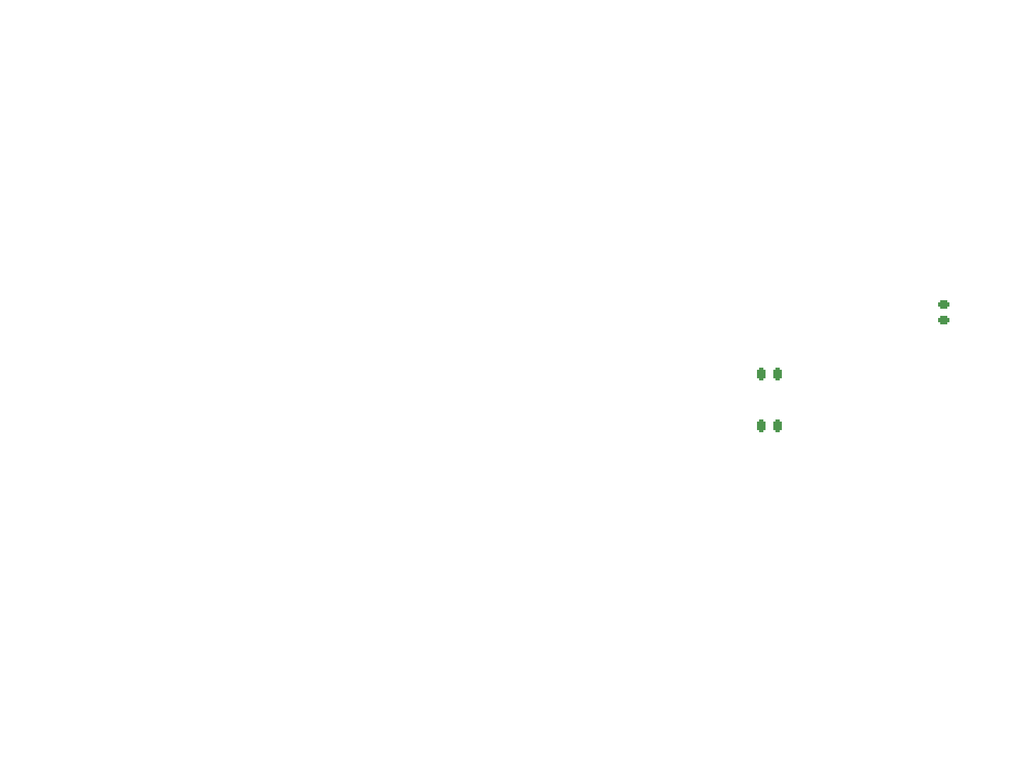
<source format=gbo>
%TF.GenerationSoftware,KiCad,Pcbnew,(7.0.0-0)*%
%TF.CreationDate,2023-02-16T00:42:25+04:00*%
%TF.ProjectId,hillside46,68696c6c-7369-4646-9534-362e6b696361,0.1.0*%
%TF.SameCoordinates,Original*%
%TF.FileFunction,Legend,Bot*%
%TF.FilePolarity,Positive*%
%FSLAX46Y46*%
G04 Gerber Fmt 4.6, Leading zero omitted, Abs format (unit mm)*
G04 Created by KiCad (PCBNEW (7.0.0-0)) date 2023-02-16 00:42:25*
%MOMM*%
%LPD*%
G01*
G04 APERTURE LIST*
G04 Aperture macros list*
%AMRoundRect*
0 Rectangle with rounded corners*
0 $1 Rounding radius*
0 $2 $3 $4 $5 $6 $7 $8 $9 X,Y pos of 4 corners*
0 Add a 4 corners polygon primitive as box body*
4,1,4,$2,$3,$4,$5,$6,$7,$8,$9,$2,$3,0*
0 Add four circle primitives for the rounded corners*
1,1,$1+$1,$2,$3*
1,1,$1+$1,$4,$5*
1,1,$1+$1,$6,$7*
1,1,$1+$1,$8,$9*
0 Add four rect primitives between the rounded corners*
20,1,$1+$1,$2,$3,$4,$5,0*
20,1,$1+$1,$4,$5,$6,$7,0*
20,1,$1+$1,$6,$7,$8,$9,0*
20,1,$1+$1,$8,$9,$2,$3,0*%
%AMRotRect*
0 Rectangle, with rotation*
0 The origin of the aperture is its center*
0 $1 length*
0 $2 width*
0 $3 Rotation angle, in degrees counterclockwise*
0 Add horizontal line*
21,1,$1,$2,0,0,$3*%
%AMFreePoly0*
4,1,41,0.142350,0.531259,0.275000,0.476314,0.388909,0.388909,0.476314,0.275000,0.531259,0.142350,0.533280,0.127000,3.200000,0.127000,3.235780,0.121856,3.295980,0.083167,3.325707,0.018074,3.315523,-0.052758,3.268661,-0.106839,3.200000,-0.127000,0.533280,-0.127000,0.531259,-0.142350,0.476314,-0.275000,0.388909,-0.388909,0.275000,-0.476314,0.142350,-0.531259,0.000000,-0.550000,
-0.142350,-0.531259,-0.275000,-0.476314,-0.388909,-0.388909,-0.476314,-0.275000,-0.531259,-0.142350,-0.533280,-0.127000,-3.200000,-0.127000,-3.235780,-0.121856,-3.295980,-0.083167,-3.325707,-0.018074,-3.315523,0.052758,-3.268661,0.106839,-3.200000,0.127000,-0.533280,0.127000,-0.531259,0.142350,-0.476314,0.275000,-0.388909,0.388909,-0.275000,0.476314,-0.142350,0.531259,0.000000,0.550000,
0.142350,0.531259,0.142350,0.531259,$1*%
%AMFreePoly1*
4,1,36,0.118775,3.448939,0.171635,3.382655,0.190499,3.300000,0.190500,0.775574,0.347107,0.720775,0.498792,0.625465,0.625465,0.498792,0.720775,0.347107,0.779942,0.178017,0.800000,0.000000,0.779942,-0.178017,0.720775,-0.347107,0.625465,-0.498792,0.498792,-0.625465,0.347107,-0.720775,0.178017,-0.779942,0.000000,-0.800000,-0.178017,-0.779942,-0.347107,-0.720775,-0.498792,-0.625465,
-0.625465,-0.498792,-0.720775,-0.347107,-0.779942,-0.178017,-0.800000,0.000000,-0.779942,0.178017,-0.720775,0.347107,-0.625465,0.498792,-0.498792,0.625465,-0.347107,0.720775,-0.190500,0.775574,-0.190500,3.300000,-0.171635,3.382655,-0.118775,3.448939,-0.042390,3.485724,0.042390,3.485724,0.118775,3.448939,0.118775,3.448939,$1*%
%AMFreePoly2*
4,1,225,15.061386,0.521732,15.101352,0.481766,15.120019,0.428417,15.113691,0.372252,15.083620,0.324396,14.918411,0.181127,14.734587,0.062682,14.535851,-0.028554,14.326203,-0.090745,14.109863,-0.122638,13.891187,-0.123592,13.674577,-0.093587,13.464394,-0.033227,13.264869,0.056272,13.080020,0.173109,12.993839,0.246537,12.918412,0.181127,12.734589,0.062682,12.535853,-0.028555,12.326204,-0.090746,
12.109864,-0.122639,11.891188,-0.123593,11.674578,-0.093588,11.464395,-0.033229,11.264870,0.056270,11.080021,0.173107,10.993840,0.246535,10.918415,0.181126,10.734592,0.062681,10.535855,-0.028556,10.326206,-0.090747,10.109866,-0.122641,9.891190,-0.123595,9.674579,-0.093590,9.464396,-0.033231,9.264871,0.056268,9.080021,0.173105,8.993839,0.246533,8.918416,0.181127,8.734593,0.062683,
8.535857,-0.028553,8.326209,-0.090743,8.109869,-0.122635,7.891194,-0.123589,7.674584,-0.093583,7.464402,-0.033223,7.264878,0.056276,7.080029,0.173113,6.993850,0.246540,6.918419,0.181127,6.734596,0.062682,6.535859,-0.028554,6.326211,-0.090744,6.109871,-0.122637,5.891195,-0.123591,5.674586,-0.093586,5.464403,-0.033226,5.264879,0.056274,5.080029,0.173111,4.993849,0.246538,
4.918421,0.181127,4.734597,0.062682,4.535861,-0.028554,4.326213,-0.090745,4.109873,-0.122638,3.891197,-0.123592,3.674587,-0.093587,3.464404,-0.033227,3.264879,0.056272,3.080030,0.173109,2.993849,0.246537,2.918422,0.181127,2.734599,0.062682,2.535863,-0.028555,2.326214,-0.090746,2.109874,-0.122639,1.891198,-0.123593,1.674588,-0.093588,1.464405,-0.033229,1.264880,0.056270,
1.080031,0.173107,0.994423,0.246047,0.933833,0.192834,0.768304,0.081712,0.589815,-0.007114,0.401354,-0.072156,0.206074,-0.112327,0.007242,-0.126955,0.003350,-0.126102,0.000000,-0.127000,-0.033398,-0.118050,-0.047968,-0.114859,-0.049347,-0.113777,-0.063500,-0.109985,-0.109985,-0.063500,-0.127000,0.000000,-0.109985,0.063500,-0.063500,0.109985,-0.050634,0.113432,-0.049962,0.113979,
-0.037969,0.116826,0.000000,0.127000,0.002294,0.126385,0.005030,0.127036,0.105213,0.127821,0.302894,0.160544,0.493133,0.223456,0.671349,0.315043,0.833249,0.433099,0.904031,0.504002,0.951888,0.534072,1.008053,0.540399,1.061402,0.521731,1.079695,0.503436,1.091609,0.496095,1.163434,0.425451,1.327367,0.308303,1.507528,0.218084,1.699532,0.156993,1.898702,0.126515,
2.100189,0.127394,2.299085,0.159608,2.490549,0.222373,2.669916,0.314160,2.832821,0.432734,2.904028,0.504001,2.951885,0.534071,3.008050,0.540399,3.061398,0.521732,3.079685,0.503444,3.091609,0.496097,3.163434,0.425453,3.327366,0.308304,3.507527,0.218086,3.699531,0.156994,3.898701,0.126516,4.100187,0.127395,4.299084,0.159609,4.490547,0.222373,4.669915,0.314160,
4.832819,0.432733,4.904026,0.504001,4.951883,0.534071,5.008048,0.540399,5.061396,0.521732,5.079674,0.503453,5.091608,0.496098,5.163433,0.425454,5.327365,0.308306,5.507527,0.218087,5.699530,0.156995,5.898700,0.126517,6.100186,0.127396,6.299082,0.159609,6.490546,0.222373,6.669913,0.314160,6.832818,0.432733,6.904024,0.504001,6.951881,0.534071,7.008046,0.540399,
7.061394,0.521732,7.079666,0.503459,7.091609,0.496101,7.163434,0.425457,7.327365,0.308308,7.507526,0.218090,7.699529,0.156997,7.898699,0.126519,8.100185,0.127398,8.299081,0.159611,8.490544,0.222375,8.669911,0.314161,8.832815,0.432734,8.904022,0.504001,8.951879,0.534071,9.008044,0.540399,9.061393,0.521732,9.079698,0.503426,9.091598,0.496093,9.163424,0.425449,
9.327357,0.308300,9.507519,0.218082,9.699523,0.156990,9.898693,0.126513,10.100180,0.127392,10.299077,0.159606,10.490541,0.222371,10.669909,0.314158,10.832813,0.432733,10.904019,0.504001,10.951877,0.534071,11.008041,0.540399,11.061390,0.521732,11.079685,0.503436,11.091599,0.496095,11.163424,0.425451,11.327357,0.308303,11.507518,0.218084,11.699522,0.156993,11.898692,0.126515,
12.100179,0.127394,12.299075,0.159608,12.490539,0.222373,12.669906,0.314160,12.832811,0.432734,12.904018,0.504001,12.951875,0.534071,13.008040,0.540399,13.061388,0.521732,13.079675,0.503444,13.091599,0.496097,13.163424,0.425453,13.327356,0.308304,13.507517,0.218086,13.699521,0.156994,13.898691,0.126516,14.100177,0.127395,14.299074,0.159609,14.490537,0.222373,14.669905,0.314160,
14.832809,0.432733,14.904016,0.504001,14.951873,0.534071,15.008038,0.540399,15.061386,0.521732,15.061386,0.521732,$1*%
%AMFreePoly3*
4,1,202,0.063500,0.109985,0.081645,0.091839,0.097780,0.081896,0.169605,0.011253,0.333538,-0.105895,0.513699,-0.196114,0.705702,-0.257206,0.904872,-0.287683,1.106359,-0.286804,1.305255,-0.254590,1.496718,-0.191826,1.676085,-0.100039,1.838989,0.018535,1.910196,0.089803,1.958053,0.119873,2.014218,0.126201,2.067566,0.107534,2.085846,0.089253,2.097781,0.081899,2.169606,0.011255,
2.333538,-0.105893,2.513699,-0.196111,2.705702,-0.257203,2.904871,-0.287681,3.106357,-0.286802,3.305253,-0.254588,3.496716,-0.191824,3.676083,-0.100038,3.838987,0.018536,3.910194,0.089803,3.958051,0.119873,4.014216,0.126201,4.067564,0.107534,4.085836,0.089261,4.097781,0.081900,4.169605,0.011257,4.333537,-0.105892,4.513698,-0.196110,4.705701,-0.257202,4.904870,-0.287680,
5.106356,-0.286801,5.305252,-0.254588,5.496714,-0.191824,5.676082,-0.100038,5.838986,0.018536,5.910192,0.089803,5.958049,0.119873,6.014214,0.126201,6.067562,0.107534,6.099827,0.075268,6.112312,0.067843,6.112313,0.067845,6.184573,-0.000873,6.348458,-0.114523,6.527892,-0.201575,6.718593,-0.259952,6.916009,-0.288260,7.115430,-0.285824,7.312096,-0.252703,7.501314,-0.189686,
7.678569,-0.098277,7.839629,0.019341,7.910190,0.089803,7.958047,0.119873,8.014212,0.126201,8.067561,0.107534,8.098303,0.076790,8.110687,0.069397,8.182914,0.000482,8.346805,-0.113554,8.526319,-0.200954,8.717163,-0.259630,8.914771,-0.288178,9.114419,-0.285914,9.311329,-0.252892,9.500794,-0.189904,9.678279,-0.098455,9.839542,0.019268,9.910188,0.089803,9.958045,0.119873,
10.014210,0.126201,10.067559,0.107534,10.087410,0.087682,10.099384,0.080333,10.171245,0.009887,10.335177,-0.106873,10.515262,-0.196740,10.707124,-0.257530,10.906102,-0.287766,11.107362,-0.286714,11.306013,-0.254398,11.497229,-0.191605,11.676364,-0.099859,11.839066,0.018609,11.910186,0.089803,11.958043,0.119873,12.014208,0.126201,12.067557,0.107534,12.085798,0.089291,12.097781,0.081909,
12.169605,0.011265,12.333535,-0.105883,12.513695,-0.196102,12.705697,-0.257195,12.904865,-0.287673,13.106350,-0.286796,13.305245,-0.254583,13.496707,-0.191820,13.676074,-0.100035,13.838978,0.018537,13.910184,0.089803,13.958041,0.119873,14.014206,0.126201,14.067555,0.107534,14.107520,0.067567,14.126188,0.014219,14.119859,-0.041946,14.089787,-0.089803,13.924578,-0.233070,13.740756,-0.351513,
13.542020,-0.442748,13.332373,-0.504937,13.116034,-0.536829,12.897359,-0.537781,12.680751,-0.507775,12.470570,-0.447415,12.271047,-0.357915,12.086199,-0.241078,12.000027,-0.167656,11.924776,-0.232924,11.741187,-0.351279,11.542709,-0.442491,11.333330,-0.504727,11.117255,-0.536738,10.898825,-0.537881,10.682427,-0.508131,10.472408,-0.448088,10.272987,-0.358958,10.088170,-0.242529,10.000064,-0.167713,
9.926147,-0.231896,9.744189,-0.349629,9.547514,-0.440675,9.340013,-0.503232,9.125789,-0.536064,8.909077,-0.538522,8.694163,-0.510556,8.485297,-0.452720,8.286608,-0.366158,8.102027,-0.252581,7.999888,-0.167879,7.926344,-0.231749,7.744619,-0.349393,7.548202,-0.440414,7.340969,-0.503017,7.127009,-0.535965,6.910543,-0.538609,6.695842,-0.510896,6.487143,-0.453374,6.288561,-0.367177,
6.104016,-0.254006,5.999784,-0.167860,5.924587,-0.233071,5.740764,-0.351515,5.542028,-0.442751,5.332380,-0.504941,5.116041,-0.536834,4.897365,-0.537788,4.680756,-0.507783,4.470574,-0.447423,4.271050,-0.357924,4.086201,-0.241087,4.000019,-0.167657,3.924589,-0.233071,3.740766,-0.351515,3.542030,-0.442751,3.332382,-0.504942,3.116043,-0.536835,2.897367,-0.537789,2.680757,-0.507784,
2.470575,-0.447424,2.271051,-0.357925,2.086202,-0.241089,2.000020,-0.167659,1.924591,-0.233072,1.740768,-0.351516,1.542032,-0.442753,1.332384,-0.504944,1.116044,-0.536837,0.897368,-0.537791,0.680759,-0.507786,0.470576,-0.447427,0.271051,-0.357928,0.086202,-0.241091,-0.080251,-0.099269,-0.091004,-0.082480,-0.109985,-0.063500,-0.127000,0.000000,-0.109985,0.063500,-0.063500,0.109985,
0.000000,0.127000,0.063500,0.109985,0.063500,0.109985,$1*%
%AMFreePoly4*
4,1,74,3.244632,0.331818,3.506852,0.292599,3.763564,0.226297,4.011980,0.133633,4.048176,0.107042,4.089074,0.099399,4.214413,0.045093,4.476203,-0.033026,4.745423,-0.079465,5.018255,-0.093564,5.290829,-0.075124,5.559276,-0.024406,5.819789,0.057871,5.944247,0.114165,5.999633,0.125432,6.054423,0.111553,6.097765,0.075275,6.121074,0.023785,6.119734,-0.032719,6.094011,-0.083047,
6.048998,-0.117229,5.802089,-0.213835,5.546464,-0.284215,5.284902,-0.327603,5.020245,-0.343528,4.755368,-0.331818,4.493148,-0.292599,4.236436,-0.226297,3.988020,-0.133633,3.951823,-0.107042,3.910926,-0.099399,3.785587,-0.045093,3.523797,0.033026,3.254577,0.079465,2.981745,0.093564,2.709171,0.075124,2.440724,0.024406,2.180211,-0.057871,2.055753,-0.114165,2.052038,-0.114920,
2.048998,-0.117229,1.802089,-0.213835,1.546464,-0.284215,1.284902,-0.327603,1.020245,-0.343528,0.755368,-0.331818,0.493148,-0.292599,0.236436,-0.226297,-0.011980,-0.133633,-0.033071,-0.118138,-0.063500,-0.109985,-0.109985,-0.063500,-0.127000,0.000000,-0.109985,0.063500,-0.063500,0.109985,0.000000,0.127000,0.063500,0.109985,0.070641,0.102843,0.089074,0.099399,0.214413,0.045093,
0.476203,-0.033026,0.745423,-0.079465,1.018255,-0.093564,1.290829,-0.075124,1.559276,-0.024406,1.819789,0.057871,1.944247,0.114165,1.947961,0.114920,1.951002,0.117229,2.197911,0.213835,2.453536,0.284215,2.715098,0.327603,2.979755,0.343528,3.244632,0.331818,3.244632,0.331818,$1*%
%AMFreePoly5*
4,1,68,0.237250,1.721487,0.374047,1.649691,0.489686,1.547243,0.531343,1.486891,0.554756,1.483183,0.658279,1.430436,0.740436,1.348279,0.793183,1.244756,0.811359,1.130000,0.793183,1.015244,0.740436,0.911721,0.670111,0.841396,0.693183,0.796115,0.711359,0.681359,0.693183,0.566603,0.640436,0.463080,0.558279,0.380923,0.454756,0.328176,0.340000,0.310000,0.294287,0.317240,
0.127000,0.135193,0.127000,-0.587846,0.211346,-0.711884,0.214345,-0.726349,0.220000,-0.740000,0.218118,-0.744542,0.219116,-0.749355,0.211010,-0.761702,0.205355,-0.775355,0.200812,-0.777236,0.198115,-0.781346,0.183651,-0.784345,0.170000,-0.790000,-0.120000,-0.790000,-0.130398,-0.785692,-0.141637,-0.785076,-0.147390,-0.778654,-0.155355,-0.775355,-0.159661,-0.764957,-0.167173,-0.756574,
-0.166700,-0.747965,-0.170000,-0.740000,-0.165692,-0.729601,-0.165076,-0.718363,-0.127000,-0.639038,-0.127000,0.104135,-0.395566,0.365633,-0.469983,0.377420,-0.569200,0.427973,-0.647940,0.506713,-0.698493,0.605930,-0.715913,0.715913,-0.698493,0.825896,-0.673555,0.874840,-0.710436,0.911721,-0.763183,1.015244,-0.781359,1.130000,-0.763183,1.244756,-0.710436,1.348279,-0.628279,1.430436,
-0.524756,1.483183,-0.512571,1.485112,-0.469686,1.547243,-0.354047,1.649691,-0.217250,1.721487,-0.067246,1.758459,0.087246,1.758459,0.237250,1.721487,0.237250,1.721487,$1*%
%AMFreePoly6*
4,1,32,9.085780,4.561856,9.145980,4.523167,9.175707,4.458074,9.165523,4.387242,9.118661,4.333161,9.050000,4.313000,7.092605,4.313000,2.689803,-0.089803,2.671644,-0.103395,2.668661,-0.106839,2.666001,-0.107619,2.660865,-0.111465,2.630156,-0.118145,2.600000,-0.127000,-0.762000,-0.127000,-3.450000,-0.127000,-3.485780,-0.121856,-3.545980,-0.083167,-3.575707,-0.018074,-3.565523,0.052758,
-3.518661,0.106839,-3.450000,0.127000,2.547394,0.127000,6.950197,4.529802,6.968354,4.543394,6.971339,4.546839,6.973998,4.547619,6.979135,4.551465,7.009843,4.558145,7.040000,4.567000,9.050000,4.567000,9.085780,4.561856,9.085780,4.561856,$1*%
%AMFreePoly7*
4,1,32,7.835780,3.521856,7.895980,3.483167,7.925707,3.418074,7.915523,3.347242,7.868661,3.293161,7.800000,3.273000,6.402605,3.273000,3.039803,-0.089803,3.021644,-0.103395,3.018661,-0.106839,3.016001,-0.107619,3.010865,-0.111465,2.980156,-0.118145,2.950000,-0.127000,-0.762000,-0.127000,-2.800000,-0.127000,-2.835780,-0.121856,-2.895980,-0.083167,-2.925707,-0.018074,-2.915523,0.052758,
-2.868661,0.106839,-2.800000,0.127000,2.897394,0.127000,6.260197,3.489802,6.278354,3.503394,6.281339,3.506839,6.283998,3.507619,6.289135,3.511465,6.319843,3.518145,6.350000,3.527000,7.800000,3.527000,7.835780,3.521856,7.835780,3.521856,$1*%
%AMFreePoly8*
4,1,36,-0.382313,0.442676,-0.365044,0.435750,-0.364806,0.435193,-0.364250,0.434956,-0.127000,0.192314,-0.127000,0.250000,0.127000,0.250000,0.127000,-0.067459,0.185750,-0.127544,0.192765,-0.145033,0.200000,-0.162500,0.200000,-0.750000,0.185355,-0.785355,0.150000,-0.800000,-0.300000,-0.800000,-0.335355,-0.785355,-0.350000,-0.750000,-0.350000,-0.400000,-0.650000,-0.400000,-0.650000,-0.750000,
-0.664645,-0.785355,-0.700000,-0.800000,-0.950000,-0.800000,-0.985355,-0.785355,-1.000000,-0.750000,-1.000000,-0.162500,-0.992765,-0.145033,-0.985750,-0.127544,-0.435750,0.434956,-0.435193,0.435193,-0.434956,0.435750,-0.417686,0.442676,-0.400562,0.449996,-0.400000,0.449770,-0.399438,0.449996,-0.382313,0.442676,-0.382313,0.442676,$1*%
%AMFreePoly9*
4,1,74,0.237250,1.721487,0.374047,1.649691,0.489686,1.547243,0.531343,1.486891,0.554756,1.483183,0.658279,1.430436,0.740436,1.348279,0.793183,1.244756,0.811359,1.130000,0.793183,1.015244,0.742519,0.915809,0.751359,0.860000,0.733183,0.745244,0.680436,0.641721,0.598279,0.559564,0.494756,0.506817,0.380000,0.488641,0.376840,0.489141,0.127000,0.190090,0.127000,-0.587846,
0.211346,-0.711884,0.214345,-0.726349,0.220000,-0.740000,0.218118,-0.744542,0.219116,-0.749355,0.211010,-0.761702,0.205355,-0.775355,0.200812,-0.777236,0.198115,-0.781346,0.183651,-0.784345,0.170000,-0.790000,-0.120000,-0.790000,-0.130398,-0.785692,-0.141637,-0.785076,-0.147390,-0.778654,-0.155355,-0.775355,-0.159661,-0.764957,-0.167173,-0.756574,-0.166700,-0.747965,-0.170000,-0.740000,
-0.165692,-0.729601,-0.165076,-0.718363,-0.127000,-0.639038,-0.127000,0.213345,-0.320215,0.401475,-0.430000,0.384087,-0.539983,0.401507,-0.639200,0.452060,-0.717940,0.530800,-0.768493,0.630017,-0.780961,0.708733,-0.477568,0.708733,-0.472794,0.697206,-0.466729,0.694694,-0.469686,0.697313,-0.477568,0.708733,-0.780961,0.708733,-0.785913,0.740000,-0.768493,0.849983,-0.737725,0.910369,
-0.799077,0.971721,-0.851824,1.075244,-0.870000,1.190000,-0.851824,1.304756,-0.799077,1.408279,-0.716920,1.490436,-0.613397,1.543183,-0.498641,1.561359,-0.460560,1.555327,-0.354047,1.649691,-0.217250,1.721487,-0.067246,1.758459,0.087246,1.758459,0.237250,1.721487,0.237250,1.721487,$1*%
%AMFreePoly10*
4,1,66,0.237250,1.721487,0.374047,1.649691,0.489686,1.547243,0.531343,1.486891,0.554756,1.483183,0.658279,1.430436,0.740436,1.348279,0.793183,1.244756,0.811359,1.130000,0.793183,1.015244,0.742519,0.915809,0.751359,0.860000,0.733183,0.745244,0.680436,0.641721,0.598279,0.559564,0.494756,0.506817,0.380000,0.488641,0.323760,0.497548,0.127000,0.283428,0.127000,-0.587846,
0.211346,-0.711884,0.214345,-0.726349,0.220000,-0.740000,0.218118,-0.744542,0.219116,-0.749355,0.211010,-0.761702,0.205355,-0.775355,0.200812,-0.777236,0.198115,-0.781346,0.183651,-0.784345,0.170000,-0.790000,-0.120000,-0.790000,-0.130398,-0.785692,-0.141637,-0.785076,-0.147390,-0.778654,-0.155355,-0.775355,-0.159661,-0.764957,-0.167173,-0.756574,-0.166700,-0.747965,-0.170000,-0.740000,
-0.165692,-0.729601,-0.165076,-0.718363,-0.127000,-0.639038,-0.127000,0.293608,-0.245184,0.408682,-0.300000,0.400000,-0.409983,0.417420,-0.509200,0.467973,-0.587940,0.546713,-0.638493,0.645930,-0.655913,0.755913,-0.642064,0.843349,-0.710436,0.911721,-0.763183,1.015244,-0.781359,1.130000,-0.763183,1.244756,-0.710436,1.348279,-0.628279,1.430436,-0.524756,1.483183,-0.512571,1.485112,
-0.469686,1.547243,-0.354047,1.649691,-0.217250,1.721487,-0.067246,1.758459,0.087246,1.758459,0.237250,1.721487,0.237250,1.721487,$1*%
%AMFreePoly11*
4,1,74,0.237250,1.721487,0.374047,1.649691,0.489686,1.547243,0.531343,1.486891,0.554756,1.483183,0.658279,1.430436,0.740436,1.348279,0.793183,1.244756,0.811359,1.130000,0.793183,1.015244,0.742519,0.915809,0.751359,0.860000,0.733183,0.745244,0.680436,0.641721,0.598279,0.559564,0.494756,0.506817,0.380000,0.488641,0.323760,0.497548,0.127000,0.283428,0.127000,-0.587846,
0.211346,-0.711884,0.214345,-0.726349,0.220000,-0.740000,0.218118,-0.744542,0.219116,-0.749355,0.211010,-0.761702,0.205355,-0.775355,0.200812,-0.777236,0.198115,-0.781346,0.183651,-0.784345,0.170000,-0.790000,-0.120000,-0.790000,-0.130398,-0.785692,-0.141637,-0.785076,-0.147390,-0.778654,-0.155355,-0.775355,-0.159661,-0.764957,-0.167173,-0.756574,-0.166700,-0.747965,-0.170000,-0.740000,
-0.165692,-0.729601,-0.165076,-0.718363,-0.127000,-0.639038,-0.127000,0.293609,-0.266053,0.429002,-0.320017,0.401507,-0.430000,0.384087,-0.539983,0.401507,-0.639200,0.452060,-0.717940,0.530800,-0.768493,0.630017,-0.780961,0.708733,-0.477568,0.708733,-0.472794,0.697206,-0.466729,0.694694,-0.469686,0.697313,-0.477568,0.708733,-0.780961,0.708733,-0.785913,0.740000,-0.768493,0.849983,
-0.723736,0.937824,-0.763183,1.015244,-0.781359,1.130000,-0.763183,1.244756,-0.710436,1.348279,-0.628279,1.430436,-0.524756,1.483183,-0.512571,1.485112,-0.469686,1.547243,-0.354047,1.649691,-0.217250,1.721487,-0.067246,1.758459,0.087246,1.758459,0.237250,1.721487,0.237250,1.721487,$1*%
G04 Aperture macros list end*
%ADD10C,0.153000*%
%ADD11C,0.150000*%
%ADD12C,0.225000*%
%ADD13C,0.100000*%
%ADD14C,0.120000*%
%ADD15C,0.200000*%
%ADD16RotRect,1.650000X0.820000X345.000000*%
%ADD17RoundRect,0.205000X-0.651932X-0.037547X0.545816X-0.358483X0.651932X0.037547X-0.545816X0.358483X0*%
%ADD18RotRect,1.650000X0.820000X330.000000*%
%ADD19RoundRect,0.205000X-0.639436X0.132465X0.434436X-0.487535X0.639436X-0.132465X-0.434436X0.487535X0*%
%ADD20C,1.200000*%
%ADD21O,2.500000X1.700000*%
%ADD22C,1.524000*%
%ADD23C,4.400000*%
%ADD24RotRect,0.900000X0.800000X100.000000*%
%ADD25C,1.700000*%
%ADD26C,3.400000*%
%ADD27C,2.350000*%
%ADD28RotRect,0.900000X0.800000X95.000000*%
%ADD29R,0.800000X0.900000*%
%ADD30R,3.200000X2.000000*%
%ADD31R,2.000000X2.000000*%
%ADD32C,2.000000*%
%ADD33C,1.800000*%
%ADD34RotRect,0.900000X0.800000X75.000000*%
%ADD35RotRect,0.900000X0.800000X45.000000*%
%ADD36RotRect,3.200000X2.000000X150.000000*%
%ADD37RotRect,2.000000X2.000000X150.000000*%
%ADD38R,1.650000X0.820000*%
%ADD39RoundRect,0.205000X-0.620000X-0.205000X0.620000X-0.205000X0.620000X0.205000X-0.620000X0.205000X0*%
%ADD40C,1.397000*%
%ADD41RoundRect,0.250100X0.449900X-0.262400X0.449900X0.262400X-0.449900X0.262400X-0.449900X-0.262400X0*%
%ADD42C,5.000000*%
%ADD43R,1.700000X1.700000*%
%ADD44O,1.700000X1.700000*%
%ADD45RoundRect,0.250000X-0.250000X-0.475000X0.250000X-0.475000X0.250000X0.475000X-0.250000X0.475000X0*%
%ADD46R,1.100000X1.800000*%
%ADD47FreePoly0,90.000000*%
%ADD48C,1.600000*%
%ADD49FreePoly1,295.000000*%
%ADD50FreePoly2,0.000000*%
%ADD51FreePoly3,0.000000*%
%ADD52FreePoly4,0.000000*%
%ADD53FreePoly5,0.000000*%
%ADD54FreePoly6,0.000000*%
%ADD55FreePoly7,0.000000*%
%ADD56FreePoly8,0.000000*%
%ADD57FreePoly9,0.000000*%
%ADD58FreePoly10,0.000000*%
%ADD59FreePoly11,0.000000*%
%ADD60R,1.397000X1.397000*%
%ADD61C,1.300000*%
%ADD62R,1.560000X0.650000*%
G04 APERTURE END LIST*
D10*
%TO.C,J2*%
X211952076Y-108360498D02*
X211380648Y-108360498D01*
X211666362Y-109360498D02*
X211666362Y-108360498D01*
X210475886Y-109360498D02*
X210809219Y-108884308D01*
X211047314Y-109360498D02*
X211047314Y-108360498D01*
X211047314Y-108360498D02*
X210666362Y-108360498D01*
X210666362Y-108360498D02*
X210571124Y-108408118D01*
X210571124Y-108408118D02*
X210523505Y-108455737D01*
X210523505Y-108455737D02*
X210475886Y-108550975D01*
X210475886Y-108550975D02*
X210475886Y-108693832D01*
X210475886Y-108693832D02*
X210523505Y-108789070D01*
X210523505Y-108789070D02*
X210571124Y-108836689D01*
X210571124Y-108836689D02*
X210666362Y-108884308D01*
X210666362Y-108884308D02*
X211047314Y-108884308D01*
X209761600Y-109741451D02*
X209809219Y-109693832D01*
X209809219Y-109693832D02*
X209904457Y-109550975D01*
X209904457Y-109550975D02*
X209952076Y-109455737D01*
X209952076Y-109455737D02*
X209999695Y-109312879D01*
X209999695Y-109312879D02*
X210047314Y-109074784D01*
X210047314Y-109074784D02*
X210047314Y-108884308D01*
X210047314Y-108884308D02*
X209999695Y-108646213D01*
X209999695Y-108646213D02*
X209952076Y-108503356D01*
X209952076Y-108503356D02*
X209904457Y-108408118D01*
X209904457Y-108408118D02*
X209809219Y-108265260D01*
X209809219Y-108265260D02*
X209761600Y-108217641D01*
X208809219Y-109360498D02*
X209142552Y-108884308D01*
X209380647Y-109360498D02*
X209380647Y-108360498D01*
X209380647Y-108360498D02*
X208999695Y-108360498D01*
X208999695Y-108360498D02*
X208904457Y-108408118D01*
X208904457Y-108408118D02*
X208856838Y-108455737D01*
X208856838Y-108455737D02*
X208809219Y-108550975D01*
X208809219Y-108550975D02*
X208809219Y-108693832D01*
X208809219Y-108693832D02*
X208856838Y-108789070D01*
X208856838Y-108789070D02*
X208904457Y-108836689D01*
X208904457Y-108836689D02*
X208999695Y-108884308D01*
X208999695Y-108884308D02*
X209380647Y-108884308D01*
X208475885Y-109741451D02*
X208428266Y-109693832D01*
X208428266Y-109693832D02*
X208333028Y-109550975D01*
X208333028Y-109550975D02*
X208285409Y-109455737D01*
X208285409Y-109455737D02*
X208237790Y-109312879D01*
X208237790Y-109312879D02*
X208190171Y-109074784D01*
X208190171Y-109074784D02*
X208190171Y-108884308D01*
X208190171Y-108884308D02*
X208237790Y-108646213D01*
X208237790Y-108646213D02*
X208285409Y-108503356D01*
X208285409Y-108503356D02*
X208333028Y-108408118D01*
X208333028Y-108408118D02*
X208428266Y-108265260D01*
X208428266Y-108265260D02*
X208475885Y-108217641D01*
X207761599Y-109312879D02*
X207618742Y-109360498D01*
X207618742Y-109360498D02*
X207380647Y-109360498D01*
X207380647Y-109360498D02*
X207285409Y-109312879D01*
X207285409Y-109312879D02*
X207237790Y-109265260D01*
X207237790Y-109265260D02*
X207190171Y-109170022D01*
X207190171Y-109170022D02*
X207190171Y-109074784D01*
X207190171Y-109074784D02*
X207237790Y-108979546D01*
X207237790Y-108979546D02*
X207285409Y-108931927D01*
X207285409Y-108931927D02*
X207380647Y-108884308D01*
X207380647Y-108884308D02*
X207571123Y-108836689D01*
X207571123Y-108836689D02*
X207666361Y-108789070D01*
X207666361Y-108789070D02*
X207713980Y-108741451D01*
X207713980Y-108741451D02*
X207761599Y-108646213D01*
X207761599Y-108646213D02*
X207761599Y-108550975D01*
X207761599Y-108550975D02*
X207713980Y-108455737D01*
X207713980Y-108455737D02*
X207666361Y-108408118D01*
X207666361Y-108408118D02*
X207571123Y-108360498D01*
X207571123Y-108360498D02*
X207333028Y-108360498D01*
X207333028Y-108360498D02*
X207190171Y-108408118D01*
D11*
%TO.C,U1*%
X187463076Y-71742504D02*
X187663076Y-71266314D01*
X187805933Y-71742504D02*
X187805933Y-70742504D01*
X187805933Y-70742504D02*
X187577362Y-70742504D01*
X187577362Y-70742504D02*
X187520219Y-70790124D01*
X187520219Y-70790124D02*
X187491648Y-70837743D01*
X187491648Y-70837743D02*
X187463076Y-70932981D01*
X187463076Y-70932981D02*
X187463076Y-71075838D01*
X187463076Y-71075838D02*
X187491648Y-71171076D01*
X187491648Y-71171076D02*
X187520219Y-71218695D01*
X187520219Y-71218695D02*
X187577362Y-71266314D01*
X187577362Y-71266314D02*
X187805933Y-71266314D01*
X187091648Y-70742504D02*
X186977362Y-70742504D01*
X186977362Y-70742504D02*
X186920219Y-70790124D01*
X186920219Y-70790124D02*
X186863076Y-70885362D01*
X186863076Y-70885362D02*
X186834505Y-71075838D01*
X186834505Y-71075838D02*
X186834505Y-71409171D01*
X186834505Y-71409171D02*
X186863076Y-71599647D01*
X186863076Y-71599647D02*
X186920219Y-71694885D01*
X186920219Y-71694885D02*
X186977362Y-71742504D01*
X186977362Y-71742504D02*
X187091648Y-71742504D01*
X187091648Y-71742504D02*
X187148791Y-71694885D01*
X187148791Y-71694885D02*
X187205933Y-71599647D01*
X187205933Y-71599647D02*
X187234505Y-71409171D01*
X187234505Y-71409171D02*
X187234505Y-71075838D01*
X187234505Y-71075838D02*
X187205933Y-70885362D01*
X187205933Y-70885362D02*
X187148791Y-70790124D01*
X187148791Y-70790124D02*
X187091648Y-70742504D01*
X186634505Y-70742504D02*
X186491648Y-71742504D01*
X186491648Y-71742504D02*
X186377362Y-71028219D01*
X186377362Y-71028219D02*
X186263077Y-71742504D01*
X186263077Y-71742504D02*
X186120220Y-70742504D01*
X185577363Y-71742504D02*
X185920220Y-71742504D01*
X185748791Y-71742504D02*
X185748791Y-70742504D01*
X185748791Y-70742504D02*
X185805934Y-70885362D01*
X185805934Y-70885362D02*
X185863077Y-70980600D01*
X185863077Y-70980600D02*
X185920220Y-71028219D01*
X187520218Y-51422504D02*
X187805932Y-51422504D01*
X187805932Y-51422504D02*
X187805932Y-50422504D01*
X187320218Y-50898695D02*
X187120218Y-50898695D01*
X187034504Y-51422504D02*
X187320218Y-51422504D01*
X187320218Y-51422504D02*
X187320218Y-50422504D01*
X187320218Y-50422504D02*
X187034504Y-50422504D01*
X186777361Y-51422504D02*
X186777361Y-50422504D01*
X186777361Y-50422504D02*
X186634504Y-50422504D01*
X186634504Y-50422504D02*
X186548790Y-50470124D01*
X186548790Y-50470124D02*
X186491647Y-50565362D01*
X186491647Y-50565362D02*
X186463076Y-50660600D01*
X186463076Y-50660600D02*
X186434504Y-50851076D01*
X186434504Y-50851076D02*
X186434504Y-50993933D01*
X186434504Y-50993933D02*
X186463076Y-51184409D01*
X186463076Y-51184409D02*
X186491647Y-51279647D01*
X186491647Y-51279647D02*
X186548790Y-51374885D01*
X186548790Y-51374885D02*
X186634504Y-51422504D01*
X186634504Y-51422504D02*
X186777361Y-51422504D01*
X200425505Y-53255838D02*
X201111219Y-53541552D01*
X201111219Y-53541552D02*
X200425505Y-53827266D01*
X199996933Y-53541552D02*
X199311219Y-53541552D01*
X198882647Y-53541552D02*
X198196933Y-53541552D01*
X195408363Y-56081552D02*
X194722649Y-56081552D01*
X194294077Y-56081552D02*
X193608363Y-56081552D01*
X193179791Y-56081552D02*
X192494077Y-56081552D01*
X192065505Y-55795838D02*
X191379791Y-56081552D01*
X191379791Y-56081552D02*
X192065505Y-56367266D01*
X203081646Y-61058695D02*
X202881646Y-61058695D01*
X202795932Y-61582504D02*
X203081646Y-61582504D01*
X203081646Y-61582504D02*
X203081646Y-60582504D01*
X203081646Y-60582504D02*
X202795932Y-60582504D01*
X202538789Y-61582504D02*
X202538789Y-60582504D01*
X202538789Y-60582504D02*
X202195932Y-61582504D01*
X202195932Y-61582504D02*
X202195932Y-60582504D01*
X201567361Y-61487266D02*
X201595933Y-61534885D01*
X201595933Y-61534885D02*
X201681647Y-61582504D01*
X201681647Y-61582504D02*
X201738790Y-61582504D01*
X201738790Y-61582504D02*
X201824504Y-61534885D01*
X201824504Y-61534885D02*
X201881647Y-61439647D01*
X201881647Y-61439647D02*
X201910218Y-61344409D01*
X201910218Y-61344409D02*
X201938790Y-61153933D01*
X201938790Y-61153933D02*
X201938790Y-61011076D01*
X201938790Y-61011076D02*
X201910218Y-60820600D01*
X201910218Y-60820600D02*
X201881647Y-60725362D01*
X201881647Y-60725362D02*
X201824504Y-60630124D01*
X201824504Y-60630124D02*
X201738790Y-60582504D01*
X201738790Y-60582504D02*
X201681647Y-60582504D01*
X201681647Y-60582504D02*
X201595933Y-60630124D01*
X201595933Y-60630124D02*
X201567361Y-60677743D01*
X201453076Y-61677743D02*
X200995933Y-61677743D01*
X200653075Y-61058695D02*
X200567361Y-61106314D01*
X200567361Y-61106314D02*
X200538790Y-61153933D01*
X200538790Y-61153933D02*
X200510218Y-61249171D01*
X200510218Y-61249171D02*
X200510218Y-61392028D01*
X200510218Y-61392028D02*
X200538790Y-61487266D01*
X200538790Y-61487266D02*
X200567361Y-61534885D01*
X200567361Y-61534885D02*
X200624504Y-61582504D01*
X200624504Y-61582504D02*
X200853075Y-61582504D01*
X200853075Y-61582504D02*
X200853075Y-60582504D01*
X200853075Y-60582504D02*
X200653075Y-60582504D01*
X200653075Y-60582504D02*
X200595933Y-60630124D01*
X200595933Y-60630124D02*
X200567361Y-60677743D01*
X200567361Y-60677743D02*
X200538790Y-60772981D01*
X200538790Y-60772981D02*
X200538790Y-60868219D01*
X200538790Y-60868219D02*
X200567361Y-60963457D01*
X200567361Y-60963457D02*
X200595933Y-61011076D01*
X200595933Y-61011076D02*
X200653075Y-61058695D01*
X200653075Y-61058695D02*
X200853075Y-61058695D01*
X202738790Y-66567266D02*
X202767362Y-66614885D01*
X202767362Y-66614885D02*
X202853076Y-66662504D01*
X202853076Y-66662504D02*
X202910219Y-66662504D01*
X202910219Y-66662504D02*
X202995933Y-66614885D01*
X202995933Y-66614885D02*
X203053076Y-66519647D01*
X203053076Y-66519647D02*
X203081647Y-66424409D01*
X203081647Y-66424409D02*
X203110219Y-66233933D01*
X203110219Y-66233933D02*
X203110219Y-66091076D01*
X203110219Y-66091076D02*
X203081647Y-65900600D01*
X203081647Y-65900600D02*
X203053076Y-65805362D01*
X203053076Y-65805362D02*
X202995933Y-65710124D01*
X202995933Y-65710124D02*
X202910219Y-65662504D01*
X202910219Y-65662504D02*
X202853076Y-65662504D01*
X202853076Y-65662504D02*
X202767362Y-65710124D01*
X202767362Y-65710124D02*
X202738790Y-65757743D01*
X202367362Y-65662504D02*
X202253076Y-65662504D01*
X202253076Y-65662504D02*
X202195933Y-65710124D01*
X202195933Y-65710124D02*
X202138790Y-65805362D01*
X202138790Y-65805362D02*
X202110219Y-65995838D01*
X202110219Y-65995838D02*
X202110219Y-66329171D01*
X202110219Y-66329171D02*
X202138790Y-66519647D01*
X202138790Y-66519647D02*
X202195933Y-66614885D01*
X202195933Y-66614885D02*
X202253076Y-66662504D01*
X202253076Y-66662504D02*
X202367362Y-66662504D01*
X202367362Y-66662504D02*
X202424505Y-66614885D01*
X202424505Y-66614885D02*
X202481647Y-66519647D01*
X202481647Y-66519647D02*
X202510219Y-66329171D01*
X202510219Y-66329171D02*
X202510219Y-65995838D01*
X202510219Y-65995838D02*
X202481647Y-65805362D01*
X202481647Y-65805362D02*
X202424505Y-65710124D01*
X202424505Y-65710124D02*
X202367362Y-65662504D01*
X201567362Y-66662504D02*
X201853076Y-66662504D01*
X201853076Y-66662504D02*
X201853076Y-65662504D01*
X201253077Y-65662504D02*
X201195934Y-65662504D01*
X201195934Y-65662504D02*
X201138791Y-65710124D01*
X201138791Y-65710124D02*
X201110220Y-65757743D01*
X201110220Y-65757743D02*
X201081648Y-65852981D01*
X201081648Y-65852981D02*
X201053077Y-66043457D01*
X201053077Y-66043457D02*
X201053077Y-66281552D01*
X201053077Y-66281552D02*
X201081648Y-66472028D01*
X201081648Y-66472028D02*
X201110220Y-66567266D01*
X201110220Y-66567266D02*
X201138791Y-66614885D01*
X201138791Y-66614885D02*
X201195934Y-66662504D01*
X201195934Y-66662504D02*
X201253077Y-66662504D01*
X201253077Y-66662504D02*
X201310220Y-66614885D01*
X201310220Y-66614885D02*
X201338791Y-66567266D01*
X201338791Y-66567266D02*
X201367362Y-66472028D01*
X201367362Y-66472028D02*
X201395934Y-66281552D01*
X201395934Y-66281552D02*
X201395934Y-66043457D01*
X201395934Y-66043457D02*
X201367362Y-65852981D01*
X201367362Y-65852981D02*
X201338791Y-65757743D01*
X201338791Y-65757743D02*
X201310220Y-65710124D01*
X201310220Y-65710124D02*
X201253077Y-65662504D01*
X202738790Y-79267266D02*
X202767362Y-79314885D01*
X202767362Y-79314885D02*
X202853076Y-79362504D01*
X202853076Y-79362504D02*
X202910219Y-79362504D01*
X202910219Y-79362504D02*
X202995933Y-79314885D01*
X202995933Y-79314885D02*
X203053076Y-79219647D01*
X203053076Y-79219647D02*
X203081647Y-79124409D01*
X203081647Y-79124409D02*
X203110219Y-78933933D01*
X203110219Y-78933933D02*
X203110219Y-78791076D01*
X203110219Y-78791076D02*
X203081647Y-78600600D01*
X203081647Y-78600600D02*
X203053076Y-78505362D01*
X203053076Y-78505362D02*
X202995933Y-78410124D01*
X202995933Y-78410124D02*
X202910219Y-78362504D01*
X202910219Y-78362504D02*
X202853076Y-78362504D01*
X202853076Y-78362504D02*
X202767362Y-78410124D01*
X202767362Y-78410124D02*
X202738790Y-78457743D01*
X202367362Y-78362504D02*
X202253076Y-78362504D01*
X202253076Y-78362504D02*
X202195933Y-78410124D01*
X202195933Y-78410124D02*
X202138790Y-78505362D01*
X202138790Y-78505362D02*
X202110219Y-78695838D01*
X202110219Y-78695838D02*
X202110219Y-79029171D01*
X202110219Y-79029171D02*
X202138790Y-79219647D01*
X202138790Y-79219647D02*
X202195933Y-79314885D01*
X202195933Y-79314885D02*
X202253076Y-79362504D01*
X202253076Y-79362504D02*
X202367362Y-79362504D01*
X202367362Y-79362504D02*
X202424505Y-79314885D01*
X202424505Y-79314885D02*
X202481647Y-79219647D01*
X202481647Y-79219647D02*
X202510219Y-79029171D01*
X202510219Y-79029171D02*
X202510219Y-78695838D01*
X202510219Y-78695838D02*
X202481647Y-78505362D01*
X202481647Y-78505362D02*
X202424505Y-78410124D01*
X202424505Y-78410124D02*
X202367362Y-78362504D01*
X201567362Y-79362504D02*
X201853076Y-79362504D01*
X201853076Y-79362504D02*
X201853076Y-78362504D01*
X201081648Y-78362504D02*
X201367362Y-78362504D01*
X201367362Y-78362504D02*
X201395934Y-78838695D01*
X201395934Y-78838695D02*
X201367362Y-78791076D01*
X201367362Y-78791076D02*
X201310220Y-78743457D01*
X201310220Y-78743457D02*
X201167362Y-78743457D01*
X201167362Y-78743457D02*
X201110220Y-78791076D01*
X201110220Y-78791076D02*
X201081648Y-78838695D01*
X201081648Y-78838695D02*
X201053077Y-78933933D01*
X201053077Y-78933933D02*
X201053077Y-79172028D01*
X201053077Y-79172028D02*
X201081648Y-79267266D01*
X201081648Y-79267266D02*
X201110220Y-79314885D01*
X201110220Y-79314885D02*
X201167362Y-79362504D01*
X201167362Y-79362504D02*
X201310220Y-79362504D01*
X201310220Y-79362504D02*
X201367362Y-79314885D01*
X201367362Y-79314885D02*
X201395934Y-79267266D01*
X202738790Y-69107266D02*
X202767362Y-69154885D01*
X202767362Y-69154885D02*
X202853076Y-69202504D01*
X202853076Y-69202504D02*
X202910219Y-69202504D01*
X202910219Y-69202504D02*
X202995933Y-69154885D01*
X202995933Y-69154885D02*
X203053076Y-69059647D01*
X203053076Y-69059647D02*
X203081647Y-68964409D01*
X203081647Y-68964409D02*
X203110219Y-68773933D01*
X203110219Y-68773933D02*
X203110219Y-68631076D01*
X203110219Y-68631076D02*
X203081647Y-68440600D01*
X203081647Y-68440600D02*
X203053076Y-68345362D01*
X203053076Y-68345362D02*
X202995933Y-68250124D01*
X202995933Y-68250124D02*
X202910219Y-68202504D01*
X202910219Y-68202504D02*
X202853076Y-68202504D01*
X202853076Y-68202504D02*
X202767362Y-68250124D01*
X202767362Y-68250124D02*
X202738790Y-68297743D01*
X202367362Y-68202504D02*
X202253076Y-68202504D01*
X202253076Y-68202504D02*
X202195933Y-68250124D01*
X202195933Y-68250124D02*
X202138790Y-68345362D01*
X202138790Y-68345362D02*
X202110219Y-68535838D01*
X202110219Y-68535838D02*
X202110219Y-68869171D01*
X202110219Y-68869171D02*
X202138790Y-69059647D01*
X202138790Y-69059647D02*
X202195933Y-69154885D01*
X202195933Y-69154885D02*
X202253076Y-69202504D01*
X202253076Y-69202504D02*
X202367362Y-69202504D01*
X202367362Y-69202504D02*
X202424505Y-69154885D01*
X202424505Y-69154885D02*
X202481647Y-69059647D01*
X202481647Y-69059647D02*
X202510219Y-68869171D01*
X202510219Y-68869171D02*
X202510219Y-68535838D01*
X202510219Y-68535838D02*
X202481647Y-68345362D01*
X202481647Y-68345362D02*
X202424505Y-68250124D01*
X202424505Y-68250124D02*
X202367362Y-68202504D01*
X201567362Y-69202504D02*
X201853076Y-69202504D01*
X201853076Y-69202504D02*
X201853076Y-68202504D01*
X201053077Y-69202504D02*
X201395934Y-69202504D01*
X201224505Y-69202504D02*
X201224505Y-68202504D01*
X201224505Y-68202504D02*
X201281648Y-68345362D01*
X201281648Y-68345362D02*
X201338791Y-68440600D01*
X201338791Y-68440600D02*
X201395934Y-68488219D01*
X202738790Y-74187266D02*
X202767362Y-74234885D01*
X202767362Y-74234885D02*
X202853076Y-74282504D01*
X202853076Y-74282504D02*
X202910219Y-74282504D01*
X202910219Y-74282504D02*
X202995933Y-74234885D01*
X202995933Y-74234885D02*
X203053076Y-74139647D01*
X203053076Y-74139647D02*
X203081647Y-74044409D01*
X203081647Y-74044409D02*
X203110219Y-73853933D01*
X203110219Y-73853933D02*
X203110219Y-73711076D01*
X203110219Y-73711076D02*
X203081647Y-73520600D01*
X203081647Y-73520600D02*
X203053076Y-73425362D01*
X203053076Y-73425362D02*
X202995933Y-73330124D01*
X202995933Y-73330124D02*
X202910219Y-73282504D01*
X202910219Y-73282504D02*
X202853076Y-73282504D01*
X202853076Y-73282504D02*
X202767362Y-73330124D01*
X202767362Y-73330124D02*
X202738790Y-73377743D01*
X202367362Y-73282504D02*
X202253076Y-73282504D01*
X202253076Y-73282504D02*
X202195933Y-73330124D01*
X202195933Y-73330124D02*
X202138790Y-73425362D01*
X202138790Y-73425362D02*
X202110219Y-73615838D01*
X202110219Y-73615838D02*
X202110219Y-73949171D01*
X202110219Y-73949171D02*
X202138790Y-74139647D01*
X202138790Y-74139647D02*
X202195933Y-74234885D01*
X202195933Y-74234885D02*
X202253076Y-74282504D01*
X202253076Y-74282504D02*
X202367362Y-74282504D01*
X202367362Y-74282504D02*
X202424505Y-74234885D01*
X202424505Y-74234885D02*
X202481647Y-74139647D01*
X202481647Y-74139647D02*
X202510219Y-73949171D01*
X202510219Y-73949171D02*
X202510219Y-73615838D01*
X202510219Y-73615838D02*
X202481647Y-73425362D01*
X202481647Y-73425362D02*
X202424505Y-73330124D01*
X202424505Y-73330124D02*
X202367362Y-73282504D01*
X201567362Y-74282504D02*
X201853076Y-74282504D01*
X201853076Y-74282504D02*
X201853076Y-73282504D01*
X201424505Y-73282504D02*
X201053077Y-73282504D01*
X201053077Y-73282504D02*
X201253077Y-73663457D01*
X201253077Y-73663457D02*
X201167362Y-73663457D01*
X201167362Y-73663457D02*
X201110220Y-73711076D01*
X201110220Y-73711076D02*
X201081648Y-73758695D01*
X201081648Y-73758695D02*
X201053077Y-73853933D01*
X201053077Y-73853933D02*
X201053077Y-74092028D01*
X201053077Y-74092028D02*
X201081648Y-74187266D01*
X201081648Y-74187266D02*
X201110220Y-74234885D01*
X201110220Y-74234885D02*
X201167362Y-74282504D01*
X201167362Y-74282504D02*
X201338791Y-74282504D01*
X201338791Y-74282504D02*
X201395934Y-74234885D01*
X201395934Y-74234885D02*
X201424505Y-74187266D01*
X202738790Y-76727266D02*
X202767362Y-76774885D01*
X202767362Y-76774885D02*
X202853076Y-76822504D01*
X202853076Y-76822504D02*
X202910219Y-76822504D01*
X202910219Y-76822504D02*
X202995933Y-76774885D01*
X202995933Y-76774885D02*
X203053076Y-76679647D01*
X203053076Y-76679647D02*
X203081647Y-76584409D01*
X203081647Y-76584409D02*
X203110219Y-76393933D01*
X203110219Y-76393933D02*
X203110219Y-76251076D01*
X203110219Y-76251076D02*
X203081647Y-76060600D01*
X203081647Y-76060600D02*
X203053076Y-75965362D01*
X203053076Y-75965362D02*
X202995933Y-75870124D01*
X202995933Y-75870124D02*
X202910219Y-75822504D01*
X202910219Y-75822504D02*
X202853076Y-75822504D01*
X202853076Y-75822504D02*
X202767362Y-75870124D01*
X202767362Y-75870124D02*
X202738790Y-75917743D01*
X202367362Y-75822504D02*
X202253076Y-75822504D01*
X202253076Y-75822504D02*
X202195933Y-75870124D01*
X202195933Y-75870124D02*
X202138790Y-75965362D01*
X202138790Y-75965362D02*
X202110219Y-76155838D01*
X202110219Y-76155838D02*
X202110219Y-76489171D01*
X202110219Y-76489171D02*
X202138790Y-76679647D01*
X202138790Y-76679647D02*
X202195933Y-76774885D01*
X202195933Y-76774885D02*
X202253076Y-76822504D01*
X202253076Y-76822504D02*
X202367362Y-76822504D01*
X202367362Y-76822504D02*
X202424505Y-76774885D01*
X202424505Y-76774885D02*
X202481647Y-76679647D01*
X202481647Y-76679647D02*
X202510219Y-76489171D01*
X202510219Y-76489171D02*
X202510219Y-76155838D01*
X202510219Y-76155838D02*
X202481647Y-75965362D01*
X202481647Y-75965362D02*
X202424505Y-75870124D01*
X202424505Y-75870124D02*
X202367362Y-75822504D01*
X201567362Y-76822504D02*
X201853076Y-76822504D01*
X201853076Y-76822504D02*
X201853076Y-75822504D01*
X201110220Y-76155838D02*
X201110220Y-76822504D01*
X201253077Y-75774885D02*
X201395934Y-76489171D01*
X201395934Y-76489171D02*
X201024505Y-76489171D01*
X187805933Y-53962504D02*
X187805933Y-52962504D01*
X187805933Y-52962504D02*
X187663076Y-52962504D01*
X187663076Y-52962504D02*
X187577362Y-53010124D01*
X187577362Y-53010124D02*
X187520219Y-53105362D01*
X187520219Y-53105362D02*
X187491648Y-53200600D01*
X187491648Y-53200600D02*
X187463076Y-53391076D01*
X187463076Y-53391076D02*
X187463076Y-53533933D01*
X187463076Y-53533933D02*
X187491648Y-53724409D01*
X187491648Y-53724409D02*
X187520219Y-53819647D01*
X187520219Y-53819647D02*
X187577362Y-53914885D01*
X187577362Y-53914885D02*
X187663076Y-53962504D01*
X187663076Y-53962504D02*
X187805933Y-53962504D01*
X187234505Y-53676790D02*
X186948791Y-53676790D01*
X187291648Y-53962504D02*
X187091648Y-52962504D01*
X187091648Y-52962504D02*
X186891648Y-53962504D01*
X186777362Y-52962504D02*
X186434505Y-52962504D01*
X186605933Y-53962504D02*
X186605933Y-52962504D01*
X186263076Y-53676790D02*
X185977362Y-53676790D01*
X186320219Y-53962504D02*
X186120219Y-52962504D01*
X186120219Y-52962504D02*
X185920219Y-53962504D01*
X203167363Y-58042504D02*
X202967363Y-59042504D01*
X202967363Y-59042504D02*
X202767363Y-58042504D01*
X202224505Y-58947266D02*
X202253077Y-58994885D01*
X202253077Y-58994885D02*
X202338791Y-59042504D01*
X202338791Y-59042504D02*
X202395934Y-59042504D01*
X202395934Y-59042504D02*
X202481648Y-58994885D01*
X202481648Y-58994885D02*
X202538791Y-58899647D01*
X202538791Y-58899647D02*
X202567362Y-58804409D01*
X202567362Y-58804409D02*
X202595934Y-58613933D01*
X202595934Y-58613933D02*
X202595934Y-58471076D01*
X202595934Y-58471076D02*
X202567362Y-58280600D01*
X202567362Y-58280600D02*
X202538791Y-58185362D01*
X202538791Y-58185362D02*
X202481648Y-58090124D01*
X202481648Y-58090124D02*
X202395934Y-58042504D01*
X202395934Y-58042504D02*
X202338791Y-58042504D01*
X202338791Y-58042504D02*
X202253077Y-58090124D01*
X202253077Y-58090124D02*
X202224505Y-58137743D01*
X201624505Y-58947266D02*
X201653077Y-58994885D01*
X201653077Y-58994885D02*
X201738791Y-59042504D01*
X201738791Y-59042504D02*
X201795934Y-59042504D01*
X201795934Y-59042504D02*
X201881648Y-58994885D01*
X201881648Y-58994885D02*
X201938791Y-58899647D01*
X201938791Y-58899647D02*
X201967362Y-58804409D01*
X201967362Y-58804409D02*
X201995934Y-58613933D01*
X201995934Y-58613933D02*
X201995934Y-58471076D01*
X201995934Y-58471076D02*
X201967362Y-58280600D01*
X201967362Y-58280600D02*
X201938791Y-58185362D01*
X201938791Y-58185362D02*
X201881648Y-58090124D01*
X201881648Y-58090124D02*
X201795934Y-58042504D01*
X201795934Y-58042504D02*
X201738791Y-58042504D01*
X201738791Y-58042504D02*
X201653077Y-58090124D01*
X201653077Y-58090124D02*
X201624505Y-58137743D01*
X187802175Y-65667395D02*
X187402175Y-66667395D01*
X187402175Y-65667395D02*
X187802175Y-66667395D01*
X186470746Y-66572157D02*
X186499318Y-66619776D01*
X186499318Y-66619776D02*
X186585032Y-66667395D01*
X186585032Y-66667395D02*
X186642175Y-66667395D01*
X186642175Y-66667395D02*
X186727889Y-66619776D01*
X186727889Y-66619776D02*
X186785032Y-66524538D01*
X186785032Y-66524538D02*
X186813603Y-66429300D01*
X186813603Y-66429300D02*
X186842175Y-66238824D01*
X186842175Y-66238824D02*
X186842175Y-66095967D01*
X186842175Y-66095967D02*
X186813603Y-65905491D01*
X186813603Y-65905491D02*
X186785032Y-65810253D01*
X186785032Y-65810253D02*
X186727889Y-65715015D01*
X186727889Y-65715015D02*
X186642175Y-65667395D01*
X186642175Y-65667395D02*
X186585032Y-65667395D01*
X186585032Y-65667395D02*
X186499318Y-65715015D01*
X186499318Y-65715015D02*
X186470746Y-65762634D01*
X185956461Y-66000729D02*
X185956461Y-66667395D01*
X186099318Y-65619776D02*
X186242175Y-66334062D01*
X186242175Y-66334062D02*
X185870746Y-66334062D01*
X187491647Y-55550124D02*
X187548790Y-55502504D01*
X187548790Y-55502504D02*
X187634504Y-55502504D01*
X187634504Y-55502504D02*
X187720218Y-55550124D01*
X187720218Y-55550124D02*
X187777361Y-55645362D01*
X187777361Y-55645362D02*
X187805932Y-55740600D01*
X187805932Y-55740600D02*
X187834504Y-55931076D01*
X187834504Y-55931076D02*
X187834504Y-56073933D01*
X187834504Y-56073933D02*
X187805932Y-56264409D01*
X187805932Y-56264409D02*
X187777361Y-56359647D01*
X187777361Y-56359647D02*
X187720218Y-56454885D01*
X187720218Y-56454885D02*
X187634504Y-56502504D01*
X187634504Y-56502504D02*
X187577361Y-56502504D01*
X187577361Y-56502504D02*
X187491647Y-56454885D01*
X187491647Y-56454885D02*
X187463075Y-56407266D01*
X187463075Y-56407266D02*
X187463075Y-56073933D01*
X187463075Y-56073933D02*
X187577361Y-56073933D01*
X187205932Y-56502504D02*
X187205932Y-55502504D01*
X187205932Y-55502504D02*
X186863075Y-56502504D01*
X186863075Y-56502504D02*
X186863075Y-55502504D01*
X186577361Y-56502504D02*
X186577361Y-55502504D01*
X186577361Y-55502504D02*
X186434504Y-55502504D01*
X186434504Y-55502504D02*
X186348790Y-55550124D01*
X186348790Y-55550124D02*
X186291647Y-55645362D01*
X186291647Y-55645362D02*
X186263076Y-55740600D01*
X186263076Y-55740600D02*
X186234504Y-55931076D01*
X186234504Y-55931076D02*
X186234504Y-56073933D01*
X186234504Y-56073933D02*
X186263076Y-56264409D01*
X186263076Y-56264409D02*
X186291647Y-56359647D01*
X186291647Y-56359647D02*
X186348790Y-56454885D01*
X186348790Y-56454885D02*
X186434504Y-56502504D01*
X186434504Y-56502504D02*
X186577361Y-56502504D01*
D12*
X197484576Y-54905980D02*
X195984576Y-54905980D01*
X195984576Y-54905980D02*
X197056005Y-55205980D01*
X197056005Y-55205980D02*
X195984576Y-55505980D01*
X195984576Y-55505980D02*
X197484576Y-55505980D01*
X197484576Y-56320266D02*
X196698862Y-56320266D01*
X196698862Y-56320266D02*
X196556005Y-56277408D01*
X196556005Y-56277408D02*
X196484576Y-56191694D01*
X196484576Y-56191694D02*
X196484576Y-56020266D01*
X196484576Y-56020266D02*
X196556005Y-55934551D01*
X197413147Y-56320266D02*
X197484576Y-56234551D01*
X197484576Y-56234551D02*
X197484576Y-56020266D01*
X197484576Y-56020266D02*
X197413147Y-55934551D01*
X197413147Y-55934551D02*
X197270290Y-55891694D01*
X197270290Y-55891694D02*
X197127433Y-55891694D01*
X197127433Y-55891694D02*
X196984576Y-55934551D01*
X196984576Y-55934551D02*
X196913147Y-56020266D01*
X196913147Y-56020266D02*
X196913147Y-56234551D01*
X196913147Y-56234551D02*
X196841719Y-56320266D01*
X196484576Y-56620266D02*
X196484576Y-56963123D01*
X195984576Y-56748837D02*
X197270290Y-56748837D01*
X197270290Y-56748837D02*
X197413147Y-56791694D01*
X197413147Y-56791694D02*
X197484576Y-56877409D01*
X197484576Y-56877409D02*
X197484576Y-56963123D01*
X197413147Y-57648838D02*
X197484576Y-57563123D01*
X197484576Y-57563123D02*
X197484576Y-57391695D01*
X197484576Y-57391695D02*
X197413147Y-57305980D01*
X197413147Y-57305980D02*
X197341719Y-57263123D01*
X197341719Y-57263123D02*
X197198862Y-57220266D01*
X197198862Y-57220266D02*
X196770290Y-57220266D01*
X196770290Y-57220266D02*
X196627433Y-57263123D01*
X196627433Y-57263123D02*
X196556005Y-57305980D01*
X196556005Y-57305980D02*
X196484576Y-57391695D01*
X196484576Y-57391695D02*
X196484576Y-57563123D01*
X196484576Y-57563123D02*
X196556005Y-57648838D01*
X197484576Y-58034552D02*
X195984576Y-58034552D01*
X197484576Y-58420267D02*
X196698862Y-58420267D01*
X196698862Y-58420267D02*
X196556005Y-58377409D01*
X196556005Y-58377409D02*
X196484576Y-58291695D01*
X196484576Y-58291695D02*
X196484576Y-58163124D01*
X196484576Y-58163124D02*
X196556005Y-58077409D01*
X196556005Y-58077409D02*
X196627433Y-58034552D01*
X196484576Y-59303124D02*
X197484576Y-59474553D01*
X197484576Y-59474553D02*
X196770290Y-59645981D01*
X196770290Y-59645981D02*
X197484576Y-59817410D01*
X197484576Y-59817410D02*
X196484576Y-59988838D01*
X197484576Y-60331695D02*
X196484576Y-60331695D01*
X195984576Y-60331695D02*
X196056005Y-60288838D01*
X196056005Y-60288838D02*
X196127433Y-60331695D01*
X196127433Y-60331695D02*
X196056005Y-60374552D01*
X196056005Y-60374552D02*
X195984576Y-60331695D01*
X195984576Y-60331695D02*
X196127433Y-60331695D01*
X196484576Y-60631695D02*
X196484576Y-60974552D01*
X195984576Y-60760266D02*
X197270290Y-60760266D01*
X197270290Y-60760266D02*
X197413147Y-60803123D01*
X197413147Y-60803123D02*
X197484576Y-60888838D01*
X197484576Y-60888838D02*
X197484576Y-60974552D01*
X197484576Y-61274552D02*
X195984576Y-61274552D01*
X197484576Y-61660267D02*
X196698862Y-61660267D01*
X196698862Y-61660267D02*
X196556005Y-61617409D01*
X196556005Y-61617409D02*
X196484576Y-61531695D01*
X196484576Y-61531695D02*
X196484576Y-61403124D01*
X196484576Y-61403124D02*
X196556005Y-61317409D01*
X196556005Y-61317409D02*
X196627433Y-61274552D01*
X197484576Y-62628838D02*
X195984576Y-62628838D01*
X195984576Y-62628838D02*
X197056005Y-62928838D01*
X197056005Y-62928838D02*
X195984576Y-63228838D01*
X195984576Y-63228838D02*
X197484576Y-63228838D01*
X197341719Y-64171695D02*
X197413147Y-64128838D01*
X197413147Y-64128838D02*
X197484576Y-64000266D01*
X197484576Y-64000266D02*
X197484576Y-63914552D01*
X197484576Y-63914552D02*
X197413147Y-63785981D01*
X197413147Y-63785981D02*
X197270290Y-63700266D01*
X197270290Y-63700266D02*
X197127433Y-63657409D01*
X197127433Y-63657409D02*
X196841719Y-63614552D01*
X196841719Y-63614552D02*
X196627433Y-63614552D01*
X196627433Y-63614552D02*
X196341719Y-63657409D01*
X196341719Y-63657409D02*
X196198862Y-63700266D01*
X196198862Y-63700266D02*
X196056005Y-63785981D01*
X196056005Y-63785981D02*
X195984576Y-63914552D01*
X195984576Y-63914552D02*
X195984576Y-64000266D01*
X195984576Y-64000266D02*
X196056005Y-64128838D01*
X196056005Y-64128838D02*
X196127433Y-64171695D01*
X195984576Y-64557409D02*
X197198862Y-64557409D01*
X197198862Y-64557409D02*
X197341719Y-64600266D01*
X197341719Y-64600266D02*
X197413147Y-64643124D01*
X197413147Y-64643124D02*
X197484576Y-64728838D01*
X197484576Y-64728838D02*
X197484576Y-64900266D01*
X197484576Y-64900266D02*
X197413147Y-64985981D01*
X197413147Y-64985981D02*
X197341719Y-65028838D01*
X197341719Y-65028838D02*
X197198862Y-65071695D01*
X197198862Y-65071695D02*
X195984576Y-65071695D01*
X196484576Y-66040266D02*
X197984576Y-66040266D01*
X196556005Y-66040266D02*
X196484576Y-66125981D01*
X196484576Y-66125981D02*
X196484576Y-66297409D01*
X196484576Y-66297409D02*
X196556005Y-66383123D01*
X196556005Y-66383123D02*
X196627433Y-66425981D01*
X196627433Y-66425981D02*
X196770290Y-66468838D01*
X196770290Y-66468838D02*
X197198862Y-66468838D01*
X197198862Y-66468838D02*
X197341719Y-66425981D01*
X197341719Y-66425981D02*
X197413147Y-66383123D01*
X197413147Y-66383123D02*
X197484576Y-66297409D01*
X197484576Y-66297409D02*
X197484576Y-66125981D01*
X197484576Y-66125981D02*
X197413147Y-66040266D01*
X197484576Y-66854552D02*
X196484576Y-66854552D01*
X195984576Y-66854552D02*
X196056005Y-66811695D01*
X196056005Y-66811695D02*
X196127433Y-66854552D01*
X196127433Y-66854552D02*
X196056005Y-66897409D01*
X196056005Y-66897409D02*
X195984576Y-66854552D01*
X195984576Y-66854552D02*
X196127433Y-66854552D01*
X196484576Y-67283123D02*
X197484576Y-67283123D01*
X196627433Y-67283123D02*
X196556005Y-67325980D01*
X196556005Y-67325980D02*
X196484576Y-67411695D01*
X196484576Y-67411695D02*
X196484576Y-67540266D01*
X196484576Y-67540266D02*
X196556005Y-67625980D01*
X196556005Y-67625980D02*
X196698862Y-67668838D01*
X196698862Y-67668838D02*
X197484576Y-67668838D01*
X197484576Y-68765981D02*
X197413147Y-68680266D01*
X197413147Y-68680266D02*
X197270290Y-68637409D01*
X197270290Y-68637409D02*
X195984576Y-68637409D01*
X197484576Y-69494553D02*
X196698862Y-69494553D01*
X196698862Y-69494553D02*
X196556005Y-69451695D01*
X196556005Y-69451695D02*
X196484576Y-69365981D01*
X196484576Y-69365981D02*
X196484576Y-69194553D01*
X196484576Y-69194553D02*
X196556005Y-69108838D01*
X197413147Y-69494553D02*
X197484576Y-69408838D01*
X197484576Y-69408838D02*
X197484576Y-69194553D01*
X197484576Y-69194553D02*
X197413147Y-69108838D01*
X197413147Y-69108838D02*
X197270290Y-69065981D01*
X197270290Y-69065981D02*
X197127433Y-69065981D01*
X197127433Y-69065981D02*
X196984576Y-69108838D01*
X196984576Y-69108838D02*
X196913147Y-69194553D01*
X196913147Y-69194553D02*
X196913147Y-69408838D01*
X196913147Y-69408838D02*
X196841719Y-69494553D01*
X197484576Y-69923124D02*
X195984576Y-69923124D01*
X196556005Y-69923124D02*
X196484576Y-70008839D01*
X196484576Y-70008839D02*
X196484576Y-70180267D01*
X196484576Y-70180267D02*
X196556005Y-70265981D01*
X196556005Y-70265981D02*
X196627433Y-70308839D01*
X196627433Y-70308839D02*
X196770290Y-70351696D01*
X196770290Y-70351696D02*
X197198862Y-70351696D01*
X197198862Y-70351696D02*
X197341719Y-70308839D01*
X197341719Y-70308839D02*
X197413147Y-70265981D01*
X197413147Y-70265981D02*
X197484576Y-70180267D01*
X197484576Y-70180267D02*
X197484576Y-70008839D01*
X197484576Y-70008839D02*
X197413147Y-69923124D01*
X197413147Y-71080267D02*
X197484576Y-70994553D01*
X197484576Y-70994553D02*
X197484576Y-70823125D01*
X197484576Y-70823125D02*
X197413147Y-70737410D01*
X197413147Y-70737410D02*
X197270290Y-70694553D01*
X197270290Y-70694553D02*
X196698862Y-70694553D01*
X196698862Y-70694553D02*
X196556005Y-70737410D01*
X196556005Y-70737410D02*
X196484576Y-70823125D01*
X196484576Y-70823125D02*
X196484576Y-70994553D01*
X196484576Y-70994553D02*
X196556005Y-71080267D01*
X196556005Y-71080267D02*
X196698862Y-71123125D01*
X196698862Y-71123125D02*
X196841719Y-71123125D01*
X196841719Y-71123125D02*
X196984576Y-70694553D01*
X197484576Y-71637411D02*
X197413147Y-71551696D01*
X197413147Y-71551696D02*
X197270290Y-71508839D01*
X197270290Y-71508839D02*
X195984576Y-71508839D01*
X197413147Y-71937411D02*
X197484576Y-72023125D01*
X197484576Y-72023125D02*
X197484576Y-72194554D01*
X197484576Y-72194554D02*
X197413147Y-72280268D01*
X197413147Y-72280268D02*
X197270290Y-72323125D01*
X197270290Y-72323125D02*
X197198862Y-72323125D01*
X197198862Y-72323125D02*
X197056005Y-72280268D01*
X197056005Y-72280268D02*
X196984576Y-72194554D01*
X196984576Y-72194554D02*
X196984576Y-72065983D01*
X196984576Y-72065983D02*
X196913147Y-71980268D01*
X196913147Y-71980268D02*
X196770290Y-71937411D01*
X196770290Y-71937411D02*
X196698862Y-71937411D01*
X196698862Y-71937411D02*
X196556005Y-71980268D01*
X196556005Y-71980268D02*
X196484576Y-72065983D01*
X196484576Y-72065983D02*
X196484576Y-72194554D01*
X196484576Y-72194554D02*
X196556005Y-72280268D01*
D11*
X187834505Y-61534885D02*
X187748791Y-61582504D01*
X187748791Y-61582504D02*
X187605933Y-61582504D01*
X187605933Y-61582504D02*
X187548791Y-61534885D01*
X187548791Y-61534885D02*
X187520219Y-61487266D01*
X187520219Y-61487266D02*
X187491648Y-61392028D01*
X187491648Y-61392028D02*
X187491648Y-61296790D01*
X187491648Y-61296790D02*
X187520219Y-61201552D01*
X187520219Y-61201552D02*
X187548791Y-61153933D01*
X187548791Y-61153933D02*
X187605933Y-61106314D01*
X187605933Y-61106314D02*
X187720219Y-61058695D01*
X187720219Y-61058695D02*
X187777362Y-61011076D01*
X187777362Y-61011076D02*
X187805933Y-60963457D01*
X187805933Y-60963457D02*
X187834505Y-60868219D01*
X187834505Y-60868219D02*
X187834505Y-60772981D01*
X187834505Y-60772981D02*
X187805933Y-60677743D01*
X187805933Y-60677743D02*
X187777362Y-60630124D01*
X187777362Y-60630124D02*
X187720219Y-60582504D01*
X187720219Y-60582504D02*
X187577362Y-60582504D01*
X187577362Y-60582504D02*
X187491648Y-60630124D01*
X187234504Y-61582504D02*
X187234504Y-60582504D01*
X187234504Y-60582504D02*
X187091647Y-60582504D01*
X187091647Y-60582504D02*
X187005933Y-60630124D01*
X187005933Y-60630124D02*
X186948790Y-60725362D01*
X186948790Y-60725362D02*
X186920219Y-60820600D01*
X186920219Y-60820600D02*
X186891647Y-61011076D01*
X186891647Y-61011076D02*
X186891647Y-61153933D01*
X186891647Y-61153933D02*
X186920219Y-61344409D01*
X186920219Y-61344409D02*
X186948790Y-61439647D01*
X186948790Y-61439647D02*
X187005933Y-61534885D01*
X187005933Y-61534885D02*
X187091647Y-61582504D01*
X187091647Y-61582504D02*
X187234504Y-61582504D01*
X186663076Y-61296790D02*
X186377362Y-61296790D01*
X186720219Y-61582504D02*
X186520219Y-60582504D01*
X186520219Y-60582504D02*
X186320219Y-61582504D01*
X202738790Y-71647266D02*
X202767362Y-71694885D01*
X202767362Y-71694885D02*
X202853076Y-71742504D01*
X202853076Y-71742504D02*
X202910219Y-71742504D01*
X202910219Y-71742504D02*
X202995933Y-71694885D01*
X202995933Y-71694885D02*
X203053076Y-71599647D01*
X203053076Y-71599647D02*
X203081647Y-71504409D01*
X203081647Y-71504409D02*
X203110219Y-71313933D01*
X203110219Y-71313933D02*
X203110219Y-71171076D01*
X203110219Y-71171076D02*
X203081647Y-70980600D01*
X203081647Y-70980600D02*
X203053076Y-70885362D01*
X203053076Y-70885362D02*
X202995933Y-70790124D01*
X202995933Y-70790124D02*
X202910219Y-70742504D01*
X202910219Y-70742504D02*
X202853076Y-70742504D01*
X202853076Y-70742504D02*
X202767362Y-70790124D01*
X202767362Y-70790124D02*
X202738790Y-70837743D01*
X202367362Y-70742504D02*
X202253076Y-70742504D01*
X202253076Y-70742504D02*
X202195933Y-70790124D01*
X202195933Y-70790124D02*
X202138790Y-70885362D01*
X202138790Y-70885362D02*
X202110219Y-71075838D01*
X202110219Y-71075838D02*
X202110219Y-71409171D01*
X202110219Y-71409171D02*
X202138790Y-71599647D01*
X202138790Y-71599647D02*
X202195933Y-71694885D01*
X202195933Y-71694885D02*
X202253076Y-71742504D01*
X202253076Y-71742504D02*
X202367362Y-71742504D01*
X202367362Y-71742504D02*
X202424505Y-71694885D01*
X202424505Y-71694885D02*
X202481647Y-71599647D01*
X202481647Y-71599647D02*
X202510219Y-71409171D01*
X202510219Y-71409171D02*
X202510219Y-71075838D01*
X202510219Y-71075838D02*
X202481647Y-70885362D01*
X202481647Y-70885362D02*
X202424505Y-70790124D01*
X202424505Y-70790124D02*
X202367362Y-70742504D01*
X201567362Y-71742504D02*
X201853076Y-71742504D01*
X201853076Y-71742504D02*
X201853076Y-70742504D01*
X201395934Y-70837743D02*
X201367362Y-70790124D01*
X201367362Y-70790124D02*
X201310220Y-70742504D01*
X201310220Y-70742504D02*
X201167362Y-70742504D01*
X201167362Y-70742504D02*
X201110220Y-70790124D01*
X201110220Y-70790124D02*
X201081648Y-70837743D01*
X201081648Y-70837743D02*
X201053077Y-70932981D01*
X201053077Y-70932981D02*
X201053077Y-71028219D01*
X201053077Y-71028219D02*
X201081648Y-71171076D01*
X201081648Y-71171076D02*
X201424505Y-71742504D01*
X201424505Y-71742504D02*
X201053077Y-71742504D01*
X203081646Y-63598695D02*
X202881646Y-63598695D01*
X202795932Y-64122504D02*
X203081646Y-64122504D01*
X203081646Y-64122504D02*
X203081646Y-63122504D01*
X203081646Y-63122504D02*
X202795932Y-63122504D01*
X202538789Y-64122504D02*
X202538789Y-63122504D01*
X202538789Y-63122504D02*
X202195932Y-64122504D01*
X202195932Y-64122504D02*
X202195932Y-63122504D01*
X201567361Y-64027266D02*
X201595933Y-64074885D01*
X201595933Y-64074885D02*
X201681647Y-64122504D01*
X201681647Y-64122504D02*
X201738790Y-64122504D01*
X201738790Y-64122504D02*
X201824504Y-64074885D01*
X201824504Y-64074885D02*
X201881647Y-63979647D01*
X201881647Y-63979647D02*
X201910218Y-63884409D01*
X201910218Y-63884409D02*
X201938790Y-63693933D01*
X201938790Y-63693933D02*
X201938790Y-63551076D01*
X201938790Y-63551076D02*
X201910218Y-63360600D01*
X201910218Y-63360600D02*
X201881647Y-63265362D01*
X201881647Y-63265362D02*
X201824504Y-63170124D01*
X201824504Y-63170124D02*
X201738790Y-63122504D01*
X201738790Y-63122504D02*
X201681647Y-63122504D01*
X201681647Y-63122504D02*
X201595933Y-63170124D01*
X201595933Y-63170124D02*
X201567361Y-63217743D01*
X201453076Y-64217743D02*
X200995933Y-64217743D01*
X200881647Y-63836790D02*
X200595933Y-63836790D01*
X200938790Y-64122504D02*
X200738790Y-63122504D01*
X200738790Y-63122504D02*
X200538790Y-64122504D01*
X202767361Y-53010124D02*
X202824504Y-52962504D01*
X202824504Y-52962504D02*
X202910218Y-52962504D01*
X202910218Y-52962504D02*
X202995932Y-53010124D01*
X202995932Y-53010124D02*
X203053075Y-53105362D01*
X203053075Y-53105362D02*
X203081646Y-53200600D01*
X203081646Y-53200600D02*
X203110218Y-53391076D01*
X203110218Y-53391076D02*
X203110218Y-53533933D01*
X203110218Y-53533933D02*
X203081646Y-53724409D01*
X203081646Y-53724409D02*
X203053075Y-53819647D01*
X203053075Y-53819647D02*
X202995932Y-53914885D01*
X202995932Y-53914885D02*
X202910218Y-53962504D01*
X202910218Y-53962504D02*
X202853075Y-53962504D01*
X202853075Y-53962504D02*
X202767361Y-53914885D01*
X202767361Y-53914885D02*
X202738789Y-53867266D01*
X202738789Y-53867266D02*
X202738789Y-53533933D01*
X202738789Y-53533933D02*
X202853075Y-53533933D01*
X202481646Y-53962504D02*
X202481646Y-52962504D01*
X202481646Y-52962504D02*
X202138789Y-53962504D01*
X202138789Y-53962504D02*
X202138789Y-52962504D01*
X201853075Y-53962504D02*
X201853075Y-52962504D01*
X201853075Y-52962504D02*
X201710218Y-52962504D01*
X201710218Y-52962504D02*
X201624504Y-53010124D01*
X201624504Y-53010124D02*
X201567361Y-53105362D01*
X201567361Y-53105362D02*
X201538790Y-53200600D01*
X201538790Y-53200600D02*
X201510218Y-53391076D01*
X201510218Y-53391076D02*
X201510218Y-53533933D01*
X201510218Y-53533933D02*
X201538790Y-53724409D01*
X201538790Y-53724409D02*
X201567361Y-53819647D01*
X201567361Y-53819647D02*
X201624504Y-53914885D01*
X201624504Y-53914885D02*
X201710218Y-53962504D01*
X201710218Y-53962504D02*
X201853075Y-53962504D01*
X187463076Y-79362504D02*
X187663076Y-78886314D01*
X187805933Y-79362504D02*
X187805933Y-78362504D01*
X187805933Y-78362504D02*
X187577362Y-78362504D01*
X187577362Y-78362504D02*
X187520219Y-78410124D01*
X187520219Y-78410124D02*
X187491648Y-78457743D01*
X187491648Y-78457743D02*
X187463076Y-78552981D01*
X187463076Y-78552981D02*
X187463076Y-78695838D01*
X187463076Y-78695838D02*
X187491648Y-78791076D01*
X187491648Y-78791076D02*
X187520219Y-78838695D01*
X187520219Y-78838695D02*
X187577362Y-78886314D01*
X187577362Y-78886314D02*
X187805933Y-78886314D01*
X187091648Y-78362504D02*
X186977362Y-78362504D01*
X186977362Y-78362504D02*
X186920219Y-78410124D01*
X186920219Y-78410124D02*
X186863076Y-78505362D01*
X186863076Y-78505362D02*
X186834505Y-78695838D01*
X186834505Y-78695838D02*
X186834505Y-79029171D01*
X186834505Y-79029171D02*
X186863076Y-79219647D01*
X186863076Y-79219647D02*
X186920219Y-79314885D01*
X186920219Y-79314885D02*
X186977362Y-79362504D01*
X186977362Y-79362504D02*
X187091648Y-79362504D01*
X187091648Y-79362504D02*
X187148791Y-79314885D01*
X187148791Y-79314885D02*
X187205933Y-79219647D01*
X187205933Y-79219647D02*
X187234505Y-79029171D01*
X187234505Y-79029171D02*
X187234505Y-78695838D01*
X187234505Y-78695838D02*
X187205933Y-78505362D01*
X187205933Y-78505362D02*
X187148791Y-78410124D01*
X187148791Y-78410124D02*
X187091648Y-78362504D01*
X186634505Y-78362504D02*
X186491648Y-79362504D01*
X186491648Y-79362504D02*
X186377362Y-78648219D01*
X186377362Y-78648219D02*
X186263077Y-79362504D01*
X186263077Y-79362504D02*
X186120220Y-78362504D01*
X185948791Y-78362504D02*
X185577363Y-78362504D01*
X185577363Y-78362504D02*
X185777363Y-78743457D01*
X185777363Y-78743457D02*
X185691648Y-78743457D01*
X185691648Y-78743457D02*
X185634506Y-78791076D01*
X185634506Y-78791076D02*
X185605934Y-78838695D01*
X185605934Y-78838695D02*
X185577363Y-78933933D01*
X185577363Y-78933933D02*
X185577363Y-79172028D01*
X185577363Y-79172028D02*
X185605934Y-79267266D01*
X185605934Y-79267266D02*
X185634506Y-79314885D01*
X185634506Y-79314885D02*
X185691648Y-79362504D01*
X185691648Y-79362504D02*
X185863077Y-79362504D01*
X185863077Y-79362504D02*
X185920220Y-79314885D01*
X185920220Y-79314885D02*
X185948791Y-79267266D01*
X187491647Y-58090124D02*
X187548790Y-58042504D01*
X187548790Y-58042504D02*
X187634504Y-58042504D01*
X187634504Y-58042504D02*
X187720218Y-58090124D01*
X187720218Y-58090124D02*
X187777361Y-58185362D01*
X187777361Y-58185362D02*
X187805932Y-58280600D01*
X187805932Y-58280600D02*
X187834504Y-58471076D01*
X187834504Y-58471076D02*
X187834504Y-58613933D01*
X187834504Y-58613933D02*
X187805932Y-58804409D01*
X187805932Y-58804409D02*
X187777361Y-58899647D01*
X187777361Y-58899647D02*
X187720218Y-58994885D01*
X187720218Y-58994885D02*
X187634504Y-59042504D01*
X187634504Y-59042504D02*
X187577361Y-59042504D01*
X187577361Y-59042504D02*
X187491647Y-58994885D01*
X187491647Y-58994885D02*
X187463075Y-58947266D01*
X187463075Y-58947266D02*
X187463075Y-58613933D01*
X187463075Y-58613933D02*
X187577361Y-58613933D01*
X187205932Y-59042504D02*
X187205932Y-58042504D01*
X187205932Y-58042504D02*
X186863075Y-59042504D01*
X186863075Y-59042504D02*
X186863075Y-58042504D01*
X186577361Y-59042504D02*
X186577361Y-58042504D01*
X186577361Y-58042504D02*
X186434504Y-58042504D01*
X186434504Y-58042504D02*
X186348790Y-58090124D01*
X186348790Y-58090124D02*
X186291647Y-58185362D01*
X186291647Y-58185362D02*
X186263076Y-58280600D01*
X186263076Y-58280600D02*
X186234504Y-58471076D01*
X186234504Y-58471076D02*
X186234504Y-58613933D01*
X186234504Y-58613933D02*
X186263076Y-58804409D01*
X186263076Y-58804409D02*
X186291647Y-58899647D01*
X186291647Y-58899647D02*
X186348790Y-58994885D01*
X186348790Y-58994885D02*
X186434504Y-59042504D01*
X186434504Y-59042504D02*
X186577361Y-59042504D01*
X202738791Y-56502504D02*
X202938791Y-56026314D01*
X203081648Y-56502504D02*
X203081648Y-55502504D01*
X203081648Y-55502504D02*
X202853077Y-55502504D01*
X202853077Y-55502504D02*
X202795934Y-55550124D01*
X202795934Y-55550124D02*
X202767363Y-55597743D01*
X202767363Y-55597743D02*
X202738791Y-55692981D01*
X202738791Y-55692981D02*
X202738791Y-55835838D01*
X202738791Y-55835838D02*
X202767363Y-55931076D01*
X202767363Y-55931076D02*
X202795934Y-55978695D01*
X202795934Y-55978695D02*
X202853077Y-56026314D01*
X202853077Y-56026314D02*
X203081648Y-56026314D01*
X202510220Y-56454885D02*
X202424506Y-56502504D01*
X202424506Y-56502504D02*
X202281648Y-56502504D01*
X202281648Y-56502504D02*
X202224506Y-56454885D01*
X202224506Y-56454885D02*
X202195934Y-56407266D01*
X202195934Y-56407266D02*
X202167363Y-56312028D01*
X202167363Y-56312028D02*
X202167363Y-56216790D01*
X202167363Y-56216790D02*
X202195934Y-56121552D01*
X202195934Y-56121552D02*
X202224506Y-56073933D01*
X202224506Y-56073933D02*
X202281648Y-56026314D01*
X202281648Y-56026314D02*
X202395934Y-55978695D01*
X202395934Y-55978695D02*
X202453077Y-55931076D01*
X202453077Y-55931076D02*
X202481648Y-55883457D01*
X202481648Y-55883457D02*
X202510220Y-55788219D01*
X202510220Y-55788219D02*
X202510220Y-55692981D01*
X202510220Y-55692981D02*
X202481648Y-55597743D01*
X202481648Y-55597743D02*
X202453077Y-55550124D01*
X202453077Y-55550124D02*
X202395934Y-55502504D01*
X202395934Y-55502504D02*
X202253077Y-55502504D01*
X202253077Y-55502504D02*
X202167363Y-55550124D01*
X201995934Y-55502504D02*
X201653077Y-55502504D01*
X201824505Y-56502504D02*
X201824505Y-55502504D01*
X187834504Y-64074885D02*
X187748790Y-64122504D01*
X187748790Y-64122504D02*
X187605932Y-64122504D01*
X187605932Y-64122504D02*
X187548790Y-64074885D01*
X187548790Y-64074885D02*
X187520218Y-64027266D01*
X187520218Y-64027266D02*
X187491647Y-63932028D01*
X187491647Y-63932028D02*
X187491647Y-63836790D01*
X187491647Y-63836790D02*
X187520218Y-63741552D01*
X187520218Y-63741552D02*
X187548790Y-63693933D01*
X187548790Y-63693933D02*
X187605932Y-63646314D01*
X187605932Y-63646314D02*
X187720218Y-63598695D01*
X187720218Y-63598695D02*
X187777361Y-63551076D01*
X187777361Y-63551076D02*
X187805932Y-63503457D01*
X187805932Y-63503457D02*
X187834504Y-63408219D01*
X187834504Y-63408219D02*
X187834504Y-63312981D01*
X187834504Y-63312981D02*
X187805932Y-63217743D01*
X187805932Y-63217743D02*
X187777361Y-63170124D01*
X187777361Y-63170124D02*
X187720218Y-63122504D01*
X187720218Y-63122504D02*
X187577361Y-63122504D01*
X187577361Y-63122504D02*
X187491647Y-63170124D01*
X186891646Y-64027266D02*
X186920218Y-64074885D01*
X186920218Y-64074885D02*
X187005932Y-64122504D01*
X187005932Y-64122504D02*
X187063075Y-64122504D01*
X187063075Y-64122504D02*
X187148789Y-64074885D01*
X187148789Y-64074885D02*
X187205932Y-63979647D01*
X187205932Y-63979647D02*
X187234503Y-63884409D01*
X187234503Y-63884409D02*
X187263075Y-63693933D01*
X187263075Y-63693933D02*
X187263075Y-63551076D01*
X187263075Y-63551076D02*
X187234503Y-63360600D01*
X187234503Y-63360600D02*
X187205932Y-63265362D01*
X187205932Y-63265362D02*
X187148789Y-63170124D01*
X187148789Y-63170124D02*
X187063075Y-63122504D01*
X187063075Y-63122504D02*
X187005932Y-63122504D01*
X187005932Y-63122504D02*
X186920218Y-63170124D01*
X186920218Y-63170124D02*
X186891646Y-63217743D01*
X186348789Y-64122504D02*
X186634503Y-64122504D01*
X186634503Y-64122504D02*
X186634503Y-63122504D01*
X187463076Y-69202504D02*
X187663076Y-68726314D01*
X187805933Y-69202504D02*
X187805933Y-68202504D01*
X187805933Y-68202504D02*
X187577362Y-68202504D01*
X187577362Y-68202504D02*
X187520219Y-68250124D01*
X187520219Y-68250124D02*
X187491648Y-68297743D01*
X187491648Y-68297743D02*
X187463076Y-68392981D01*
X187463076Y-68392981D02*
X187463076Y-68535838D01*
X187463076Y-68535838D02*
X187491648Y-68631076D01*
X187491648Y-68631076D02*
X187520219Y-68678695D01*
X187520219Y-68678695D02*
X187577362Y-68726314D01*
X187577362Y-68726314D02*
X187805933Y-68726314D01*
X187091648Y-68202504D02*
X186977362Y-68202504D01*
X186977362Y-68202504D02*
X186920219Y-68250124D01*
X186920219Y-68250124D02*
X186863076Y-68345362D01*
X186863076Y-68345362D02*
X186834505Y-68535838D01*
X186834505Y-68535838D02*
X186834505Y-68869171D01*
X186834505Y-68869171D02*
X186863076Y-69059647D01*
X186863076Y-69059647D02*
X186920219Y-69154885D01*
X186920219Y-69154885D02*
X186977362Y-69202504D01*
X186977362Y-69202504D02*
X187091648Y-69202504D01*
X187091648Y-69202504D02*
X187148791Y-69154885D01*
X187148791Y-69154885D02*
X187205933Y-69059647D01*
X187205933Y-69059647D02*
X187234505Y-68869171D01*
X187234505Y-68869171D02*
X187234505Y-68535838D01*
X187234505Y-68535838D02*
X187205933Y-68345362D01*
X187205933Y-68345362D02*
X187148791Y-68250124D01*
X187148791Y-68250124D02*
X187091648Y-68202504D01*
X186634505Y-68202504D02*
X186491648Y-69202504D01*
X186491648Y-69202504D02*
X186377362Y-68488219D01*
X186377362Y-68488219D02*
X186263077Y-69202504D01*
X186263077Y-69202504D02*
X186120220Y-68202504D01*
X185777363Y-68202504D02*
X185720220Y-68202504D01*
X185720220Y-68202504D02*
X185663077Y-68250124D01*
X185663077Y-68250124D02*
X185634506Y-68297743D01*
X185634506Y-68297743D02*
X185605934Y-68392981D01*
X185605934Y-68392981D02*
X185577363Y-68583457D01*
X185577363Y-68583457D02*
X185577363Y-68821552D01*
X185577363Y-68821552D02*
X185605934Y-69012028D01*
X185605934Y-69012028D02*
X185634506Y-69107266D01*
X185634506Y-69107266D02*
X185663077Y-69154885D01*
X185663077Y-69154885D02*
X185720220Y-69202504D01*
X185720220Y-69202504D02*
X185777363Y-69202504D01*
X185777363Y-69202504D02*
X185834506Y-69154885D01*
X185834506Y-69154885D02*
X185863077Y-69107266D01*
X185863077Y-69107266D02*
X185891648Y-69012028D01*
X185891648Y-69012028D02*
X185920220Y-68821552D01*
X185920220Y-68821552D02*
X185920220Y-68583457D01*
X185920220Y-68583457D02*
X185891648Y-68392981D01*
X185891648Y-68392981D02*
X185863077Y-68297743D01*
X185863077Y-68297743D02*
X185834506Y-68250124D01*
X185834506Y-68250124D02*
X185777363Y-68202504D01*
X187671648Y-75822504D02*
X187271648Y-76822504D01*
X187271648Y-75822504D02*
X187671648Y-76822504D01*
X186483076Y-76298695D02*
X186397362Y-76346314D01*
X186397362Y-76346314D02*
X186368791Y-76393933D01*
X186368791Y-76393933D02*
X186340219Y-76489171D01*
X186340219Y-76489171D02*
X186340219Y-76632028D01*
X186340219Y-76632028D02*
X186368791Y-76727266D01*
X186368791Y-76727266D02*
X186397362Y-76774885D01*
X186397362Y-76774885D02*
X186454505Y-76822504D01*
X186454505Y-76822504D02*
X186683076Y-76822504D01*
X186683076Y-76822504D02*
X186683076Y-75822504D01*
X186683076Y-75822504D02*
X186483076Y-75822504D01*
X186483076Y-75822504D02*
X186425934Y-75870124D01*
X186425934Y-75870124D02*
X186397362Y-75917743D01*
X186397362Y-75917743D02*
X186368791Y-76012981D01*
X186368791Y-76012981D02*
X186368791Y-76108219D01*
X186368791Y-76108219D02*
X186397362Y-76203457D01*
X186397362Y-76203457D02*
X186425934Y-76251076D01*
X186425934Y-76251076D02*
X186483076Y-76298695D01*
X186483076Y-76298695D02*
X186683076Y-76298695D01*
X185825934Y-76155838D02*
X185825934Y-76822504D01*
X185968791Y-75774885D02*
X186111648Y-76489171D01*
X186111648Y-76489171D02*
X185740219Y-76489171D01*
X200554934Y-58335838D02*
X201240648Y-58621552D01*
X201240648Y-58621552D02*
X200554934Y-58907266D01*
X200126362Y-58621552D02*
X199440648Y-58621552D01*
X199012076Y-58621552D02*
X198326362Y-58621552D01*
X187463076Y-74282504D02*
X187663076Y-73806314D01*
X187805933Y-74282504D02*
X187805933Y-73282504D01*
X187805933Y-73282504D02*
X187577362Y-73282504D01*
X187577362Y-73282504D02*
X187520219Y-73330124D01*
X187520219Y-73330124D02*
X187491648Y-73377743D01*
X187491648Y-73377743D02*
X187463076Y-73472981D01*
X187463076Y-73472981D02*
X187463076Y-73615838D01*
X187463076Y-73615838D02*
X187491648Y-73711076D01*
X187491648Y-73711076D02*
X187520219Y-73758695D01*
X187520219Y-73758695D02*
X187577362Y-73806314D01*
X187577362Y-73806314D02*
X187805933Y-73806314D01*
X187091648Y-73282504D02*
X186977362Y-73282504D01*
X186977362Y-73282504D02*
X186920219Y-73330124D01*
X186920219Y-73330124D02*
X186863076Y-73425362D01*
X186863076Y-73425362D02*
X186834505Y-73615838D01*
X186834505Y-73615838D02*
X186834505Y-73949171D01*
X186834505Y-73949171D02*
X186863076Y-74139647D01*
X186863076Y-74139647D02*
X186920219Y-74234885D01*
X186920219Y-74234885D02*
X186977362Y-74282504D01*
X186977362Y-74282504D02*
X187091648Y-74282504D01*
X187091648Y-74282504D02*
X187148791Y-74234885D01*
X187148791Y-74234885D02*
X187205933Y-74139647D01*
X187205933Y-74139647D02*
X187234505Y-73949171D01*
X187234505Y-73949171D02*
X187234505Y-73615838D01*
X187234505Y-73615838D02*
X187205933Y-73425362D01*
X187205933Y-73425362D02*
X187148791Y-73330124D01*
X187148791Y-73330124D02*
X187091648Y-73282504D01*
X186634505Y-73282504D02*
X186491648Y-74282504D01*
X186491648Y-74282504D02*
X186377362Y-73568219D01*
X186377362Y-73568219D02*
X186263077Y-74282504D01*
X186263077Y-74282504D02*
X186120220Y-73282504D01*
X185920220Y-73377743D02*
X185891648Y-73330124D01*
X185891648Y-73330124D02*
X185834506Y-73282504D01*
X185834506Y-73282504D02*
X185691648Y-73282504D01*
X185691648Y-73282504D02*
X185634506Y-73330124D01*
X185634506Y-73330124D02*
X185605934Y-73377743D01*
X185605934Y-73377743D02*
X185577363Y-73472981D01*
X185577363Y-73472981D02*
X185577363Y-73568219D01*
X185577363Y-73568219D02*
X185605934Y-73711076D01*
X185605934Y-73711076D02*
X185948791Y-74282504D01*
X185948791Y-74282504D02*
X185577363Y-74282504D01*
X200554934Y-55743838D02*
X201240648Y-56029552D01*
X201240648Y-56029552D02*
X200554934Y-56315266D01*
X200126362Y-56029552D02*
X199440648Y-56029552D01*
X199012076Y-56029552D02*
X198326362Y-56029552D01*
X202738790Y-51422504D02*
X202938790Y-50946314D01*
X203081647Y-51422504D02*
X203081647Y-50422504D01*
X203081647Y-50422504D02*
X202853076Y-50422504D01*
X202853076Y-50422504D02*
X202795933Y-50470124D01*
X202795933Y-50470124D02*
X202767362Y-50517743D01*
X202767362Y-50517743D02*
X202738790Y-50612981D01*
X202738790Y-50612981D02*
X202738790Y-50755838D01*
X202738790Y-50755838D02*
X202767362Y-50851076D01*
X202767362Y-50851076D02*
X202795933Y-50898695D01*
X202795933Y-50898695D02*
X202853076Y-50946314D01*
X202853076Y-50946314D02*
X203081647Y-50946314D01*
X202510219Y-51136790D02*
X202224505Y-51136790D01*
X202567362Y-51422504D02*
X202367362Y-50422504D01*
X202367362Y-50422504D02*
X202167362Y-51422504D01*
X202024504Y-50422504D02*
X201881647Y-51422504D01*
X201881647Y-51422504D02*
X201767361Y-50708219D01*
X201767361Y-50708219D02*
X201653076Y-51422504D01*
X201653076Y-51422504D02*
X201510219Y-50422504D01*
%TO.C,H1*%
X150803722Y-66935618D02*
X151803722Y-66935618D01*
X150851341Y-66935618D02*
X150803722Y-67030856D01*
X150803722Y-67030856D02*
X150803722Y-67221332D01*
X150803722Y-67221332D02*
X150851341Y-67316570D01*
X150851341Y-67316570D02*
X150898960Y-67364189D01*
X150898960Y-67364189D02*
X150994198Y-67411808D01*
X150994198Y-67411808D02*
X151279912Y-67411808D01*
X151279912Y-67411808D02*
X151375150Y-67364189D01*
X151375150Y-67364189D02*
X151422769Y-67316570D01*
X151422769Y-67316570D02*
X151470388Y-67221332D01*
X151470388Y-67221332D02*
X151470388Y-67030856D01*
X151470388Y-67030856D02*
X151422769Y-66935618D01*
X150803722Y-68268951D02*
X151470388Y-68268951D01*
X150803722Y-67840380D02*
X151327531Y-67840380D01*
X151327531Y-67840380D02*
X151422769Y-67887999D01*
X151422769Y-67887999D02*
X151470388Y-67983237D01*
X151470388Y-67983237D02*
X151470388Y-68126094D01*
X151470388Y-68126094D02*
X151422769Y-68221332D01*
X151422769Y-68221332D02*
X151375150Y-68268951D01*
X151422769Y-69173713D02*
X151470388Y-69078475D01*
X151470388Y-69078475D02*
X151470388Y-68887999D01*
X151470388Y-68887999D02*
X151422769Y-68792761D01*
X151422769Y-68792761D02*
X151375150Y-68745142D01*
X151375150Y-68745142D02*
X151279912Y-68697523D01*
X151279912Y-68697523D02*
X150994198Y-68697523D01*
X150994198Y-68697523D02*
X150898960Y-68745142D01*
X150898960Y-68745142D02*
X150851341Y-68792761D01*
X150851341Y-68792761D02*
X150803722Y-68887999D01*
X150803722Y-68887999D02*
X150803722Y-69078475D01*
X150803722Y-69078475D02*
X150851341Y-69173713D01*
X151470388Y-69602285D02*
X150470388Y-69602285D01*
X151089436Y-69697523D02*
X151470388Y-69983237D01*
X150803722Y-69983237D02*
X151184674Y-69602285D01*
X150740222Y-52981618D02*
X150740222Y-53362570D01*
X150406888Y-53124475D02*
X151264031Y-53124475D01*
X151264031Y-53124475D02*
X151359269Y-53172094D01*
X151359269Y-53172094D02*
X151406888Y-53267332D01*
X151406888Y-53267332D02*
X151406888Y-53362570D01*
X151359269Y-54076856D02*
X151406888Y-53981618D01*
X151406888Y-53981618D02*
X151406888Y-53791142D01*
X151406888Y-53791142D02*
X151359269Y-53695904D01*
X151359269Y-53695904D02*
X151264031Y-53648285D01*
X151264031Y-53648285D02*
X150883079Y-53648285D01*
X150883079Y-53648285D02*
X150787841Y-53695904D01*
X150787841Y-53695904D02*
X150740222Y-53791142D01*
X150740222Y-53791142D02*
X150740222Y-53981618D01*
X150740222Y-53981618D02*
X150787841Y-54076856D01*
X150787841Y-54076856D02*
X150883079Y-54124475D01*
X150883079Y-54124475D02*
X150978317Y-54124475D01*
X150978317Y-54124475D02*
X151073555Y-53648285D01*
X150740222Y-54553047D02*
X151406888Y-54553047D01*
X150835460Y-54553047D02*
X150787841Y-54600666D01*
X150787841Y-54600666D02*
X150740222Y-54695904D01*
X150740222Y-54695904D02*
X150740222Y-54838761D01*
X150740222Y-54838761D02*
X150787841Y-54933999D01*
X150787841Y-54933999D02*
X150883079Y-54981618D01*
X150883079Y-54981618D02*
X151406888Y-54981618D01*
X150740222Y-55314952D02*
X150740222Y-55695904D01*
X150406888Y-55457809D02*
X151264031Y-55457809D01*
X151264031Y-55457809D02*
X151359269Y-55505428D01*
X151359269Y-55505428D02*
X151406888Y-55600666D01*
X151406888Y-55600666D02*
X151406888Y-55695904D01*
X151406888Y-56029238D02*
X150740222Y-56029238D01*
X150406888Y-56029238D02*
X150454508Y-55981619D01*
X150454508Y-55981619D02*
X150502127Y-56029238D01*
X150502127Y-56029238D02*
X150454508Y-56076857D01*
X150454508Y-56076857D02*
X150406888Y-56029238D01*
X150406888Y-56029238D02*
X150502127Y-56029238D01*
X150740222Y-56505428D02*
X151406888Y-56505428D01*
X150835460Y-56505428D02*
X150787841Y-56553047D01*
X150787841Y-56553047D02*
X150740222Y-56648285D01*
X150740222Y-56648285D02*
X150740222Y-56791142D01*
X150740222Y-56791142D02*
X150787841Y-56886380D01*
X150787841Y-56886380D02*
X150883079Y-56933999D01*
X150883079Y-56933999D02*
X151406888Y-56933999D01*
X150740222Y-57838761D02*
X151549746Y-57838761D01*
X151549746Y-57838761D02*
X151644984Y-57791142D01*
X151644984Y-57791142D02*
X151692603Y-57743523D01*
X151692603Y-57743523D02*
X151740222Y-57648285D01*
X151740222Y-57648285D02*
X151740222Y-57505428D01*
X151740222Y-57505428D02*
X151692603Y-57410190D01*
X151359269Y-57838761D02*
X151406888Y-57743523D01*
X151406888Y-57743523D02*
X151406888Y-57553047D01*
X151406888Y-57553047D02*
X151359269Y-57457809D01*
X151359269Y-57457809D02*
X151311650Y-57410190D01*
X151311650Y-57410190D02*
X151216412Y-57362571D01*
X151216412Y-57362571D02*
X150930698Y-57362571D01*
X150930698Y-57362571D02*
X150835460Y-57410190D01*
X150835460Y-57410190D02*
X150787841Y-57457809D01*
X150787841Y-57457809D02*
X150740222Y-57553047D01*
X150740222Y-57553047D02*
X150740222Y-57743523D01*
X150740222Y-57743523D02*
X150787841Y-57838761D01*
%TO.C,J4*%
X206568898Y-47316418D02*
X206483184Y-47359275D01*
X206483184Y-47359275D02*
X206454613Y-47402132D01*
X206454613Y-47402132D02*
X206426041Y-47487846D01*
X206426041Y-47487846D02*
X206426041Y-47616418D01*
X206426041Y-47616418D02*
X206454613Y-47702132D01*
X206454613Y-47702132D02*
X206483184Y-47744989D01*
X206483184Y-47744989D02*
X206540327Y-47787846D01*
X206540327Y-47787846D02*
X206768898Y-47787846D01*
X206768898Y-47787846D02*
X206768898Y-46887846D01*
X206768898Y-46887846D02*
X206568898Y-46887846D01*
X206568898Y-46887846D02*
X206511756Y-46930704D01*
X206511756Y-46930704D02*
X206483184Y-46973561D01*
X206483184Y-46973561D02*
X206454613Y-47059275D01*
X206454613Y-47059275D02*
X206454613Y-47144989D01*
X206454613Y-47144989D02*
X206483184Y-47230704D01*
X206483184Y-47230704D02*
X206511756Y-47273561D01*
X206511756Y-47273561D02*
X206568898Y-47316418D01*
X206568898Y-47316418D02*
X206768898Y-47316418D01*
X205911756Y-47787846D02*
X205911756Y-47316418D01*
X205911756Y-47316418D02*
X205940327Y-47230704D01*
X205940327Y-47230704D02*
X205997470Y-47187846D01*
X205997470Y-47187846D02*
X206111756Y-47187846D01*
X206111756Y-47187846D02*
X206168898Y-47230704D01*
X205911756Y-47744989D02*
X205968898Y-47787846D01*
X205968898Y-47787846D02*
X206111756Y-47787846D01*
X206111756Y-47787846D02*
X206168898Y-47744989D01*
X206168898Y-47744989D02*
X206197470Y-47659275D01*
X206197470Y-47659275D02*
X206197470Y-47573561D01*
X206197470Y-47573561D02*
X206168898Y-47487846D01*
X206168898Y-47487846D02*
X206111756Y-47444989D01*
X206111756Y-47444989D02*
X205968898Y-47444989D01*
X205968898Y-47444989D02*
X205911756Y-47402132D01*
X205711756Y-47187846D02*
X205483184Y-47187846D01*
X205626041Y-46887846D02*
X205626041Y-47659275D01*
X205626041Y-47659275D02*
X205597470Y-47744989D01*
X205597470Y-47744989D02*
X205540327Y-47787846D01*
X205540327Y-47787846D02*
X205483184Y-47787846D01*
X205426042Y-47873561D02*
X204968899Y-47873561D01*
X204826041Y-47787846D02*
X204826041Y-46887846D01*
X204826041Y-46887846D02*
X204483184Y-47787846D01*
X204483184Y-47787846D02*
X204483184Y-46887846D01*
X203968899Y-47744989D02*
X204026042Y-47787846D01*
X204026042Y-47787846D02*
X204140328Y-47787846D01*
X204140328Y-47787846D02*
X204197470Y-47744989D01*
X204197470Y-47744989D02*
X204226042Y-47659275D01*
X204226042Y-47659275D02*
X204226042Y-47316418D01*
X204226042Y-47316418D02*
X204197470Y-47230704D01*
X204197470Y-47230704D02*
X204140328Y-47187846D01*
X204140328Y-47187846D02*
X204026042Y-47187846D01*
X204026042Y-47187846D02*
X203968899Y-47230704D01*
X203968899Y-47230704D02*
X203940328Y-47316418D01*
X203940328Y-47316418D02*
X203940328Y-47402132D01*
X203940328Y-47402132D02*
X204226042Y-47487846D01*
X203426042Y-47187846D02*
X203426042Y-47916418D01*
X203426042Y-47916418D02*
X203454613Y-48002132D01*
X203454613Y-48002132D02*
X203483184Y-48044989D01*
X203483184Y-48044989D02*
X203540327Y-48087846D01*
X203540327Y-48087846D02*
X203626042Y-48087846D01*
X203626042Y-48087846D02*
X203683184Y-48044989D01*
X203426042Y-47744989D02*
X203483184Y-47787846D01*
X203483184Y-47787846D02*
X203597470Y-47787846D01*
X203597470Y-47787846D02*
X203654613Y-47744989D01*
X203654613Y-47744989D02*
X203683184Y-47702132D01*
X203683184Y-47702132D02*
X203711756Y-47616418D01*
X203711756Y-47616418D02*
X203711756Y-47359275D01*
X203711756Y-47359275D02*
X203683184Y-47273561D01*
X203683184Y-47273561D02*
X203654613Y-47230704D01*
X203654613Y-47230704D02*
X203597470Y-47187846D01*
X203597470Y-47187846D02*
X203483184Y-47187846D01*
X203483184Y-47187846D02*
X203426042Y-47230704D01*
%TO.C,J1*%
X209290412Y-82988112D02*
X209347555Y-82940492D01*
X209347555Y-82940492D02*
X209433269Y-82940492D01*
X209433269Y-82940492D02*
X209518983Y-82988112D01*
X209518983Y-82988112D02*
X209576126Y-83083350D01*
X209576126Y-83083350D02*
X209604697Y-83178588D01*
X209604697Y-83178588D02*
X209633269Y-83369064D01*
X209633269Y-83369064D02*
X209633269Y-83511921D01*
X209633269Y-83511921D02*
X209604697Y-83702397D01*
X209604697Y-83702397D02*
X209576126Y-83797635D01*
X209576126Y-83797635D02*
X209518983Y-83892873D01*
X209518983Y-83892873D02*
X209433269Y-83940492D01*
X209433269Y-83940492D02*
X209376126Y-83940492D01*
X209376126Y-83940492D02*
X209290412Y-83892873D01*
X209290412Y-83892873D02*
X209261840Y-83845254D01*
X209261840Y-83845254D02*
X209261840Y-83511921D01*
X209261840Y-83511921D02*
X209376126Y-83511921D01*
X209004697Y-83940492D02*
X209004697Y-82940492D01*
X209004697Y-82940492D02*
X208661840Y-83940492D01*
X208661840Y-83940492D02*
X208661840Y-82940492D01*
X208376126Y-83940492D02*
X208376126Y-82940492D01*
X208376126Y-82940492D02*
X208233269Y-82940492D01*
X208233269Y-82940492D02*
X208147555Y-82988112D01*
X208147555Y-82988112D02*
X208090412Y-83083350D01*
X208090412Y-83083350D02*
X208061841Y-83178588D01*
X208061841Y-83178588D02*
X208033269Y-83369064D01*
X208033269Y-83369064D02*
X208033269Y-83511921D01*
X208033269Y-83511921D02*
X208061841Y-83702397D01*
X208061841Y-83702397D02*
X208090412Y-83797635D01*
X208090412Y-83797635D02*
X208147555Y-83892873D01*
X208147555Y-83892873D02*
X208233269Y-83940492D01*
X208233269Y-83940492D02*
X208376126Y-83940492D01*
X201957079Y-83892873D02*
X201871365Y-83940492D01*
X201871365Y-83940492D02*
X201728507Y-83940492D01*
X201728507Y-83940492D02*
X201671365Y-83892873D01*
X201671365Y-83892873D02*
X201642793Y-83845254D01*
X201642793Y-83845254D02*
X201614222Y-83750016D01*
X201614222Y-83750016D02*
X201614222Y-83654778D01*
X201614222Y-83654778D02*
X201642793Y-83559540D01*
X201642793Y-83559540D02*
X201671365Y-83511921D01*
X201671365Y-83511921D02*
X201728507Y-83464302D01*
X201728507Y-83464302D02*
X201842793Y-83416683D01*
X201842793Y-83416683D02*
X201899936Y-83369064D01*
X201899936Y-83369064D02*
X201928507Y-83321445D01*
X201928507Y-83321445D02*
X201957079Y-83226207D01*
X201957079Y-83226207D02*
X201957079Y-83130969D01*
X201957079Y-83130969D02*
X201928507Y-83035731D01*
X201928507Y-83035731D02*
X201899936Y-82988112D01*
X201899936Y-82988112D02*
X201842793Y-82940492D01*
X201842793Y-82940492D02*
X201699936Y-82940492D01*
X201699936Y-82940492D02*
X201614222Y-82988112D01*
X201357078Y-83940492D02*
X201357078Y-82940492D01*
X201357078Y-82940492D02*
X201214221Y-82940492D01*
X201214221Y-82940492D02*
X201128507Y-82988112D01*
X201128507Y-82988112D02*
X201071364Y-83083350D01*
X201071364Y-83083350D02*
X201042793Y-83178588D01*
X201042793Y-83178588D02*
X201014221Y-83369064D01*
X201014221Y-83369064D02*
X201014221Y-83511921D01*
X201014221Y-83511921D02*
X201042793Y-83702397D01*
X201042793Y-83702397D02*
X201071364Y-83797635D01*
X201071364Y-83797635D02*
X201128507Y-83892873D01*
X201128507Y-83892873D02*
X201214221Y-83940492D01*
X201214221Y-83940492D02*
X201357078Y-83940492D01*
X200785650Y-83654778D02*
X200499936Y-83654778D01*
X200842793Y-83940492D02*
X200642793Y-82940492D01*
X200642793Y-82940492D02*
X200442793Y-83940492D01*
X199533270Y-82940492D02*
X199333270Y-83940492D01*
X199333270Y-83940492D02*
X199133270Y-82940492D01*
X198590412Y-83845254D02*
X198618984Y-83892873D01*
X198618984Y-83892873D02*
X198704698Y-83940492D01*
X198704698Y-83940492D02*
X198761841Y-83940492D01*
X198761841Y-83940492D02*
X198847555Y-83892873D01*
X198847555Y-83892873D02*
X198904698Y-83797635D01*
X198904698Y-83797635D02*
X198933269Y-83702397D01*
X198933269Y-83702397D02*
X198961841Y-83511921D01*
X198961841Y-83511921D02*
X198961841Y-83369064D01*
X198961841Y-83369064D02*
X198933269Y-83178588D01*
X198933269Y-83178588D02*
X198904698Y-83083350D01*
X198904698Y-83083350D02*
X198847555Y-82988112D01*
X198847555Y-82988112D02*
X198761841Y-82940492D01*
X198761841Y-82940492D02*
X198704698Y-82940492D01*
X198704698Y-82940492D02*
X198618984Y-82988112D01*
X198618984Y-82988112D02*
X198590412Y-83035731D01*
X197990412Y-83845254D02*
X198018984Y-83892873D01*
X198018984Y-83892873D02*
X198104698Y-83940492D01*
X198104698Y-83940492D02*
X198161841Y-83940492D01*
X198161841Y-83940492D02*
X198247555Y-83892873D01*
X198247555Y-83892873D02*
X198304698Y-83797635D01*
X198304698Y-83797635D02*
X198333269Y-83702397D01*
X198333269Y-83702397D02*
X198361841Y-83511921D01*
X198361841Y-83511921D02*
X198361841Y-83369064D01*
X198361841Y-83369064D02*
X198333269Y-83178588D01*
X198333269Y-83178588D02*
X198304698Y-83083350D01*
X198304698Y-83083350D02*
X198247555Y-82988112D01*
X198247555Y-82988112D02*
X198161841Y-82940492D01*
X198161841Y-82940492D02*
X198104698Y-82940492D01*
X198104698Y-82940492D02*
X198018984Y-82988112D01*
X198018984Y-82988112D02*
X197990412Y-83035731D01*
X204414221Y-83892873D02*
X204328507Y-83940492D01*
X204328507Y-83940492D02*
X204185649Y-83940492D01*
X204185649Y-83940492D02*
X204128507Y-83892873D01*
X204128507Y-83892873D02*
X204099935Y-83845254D01*
X204099935Y-83845254D02*
X204071364Y-83750016D01*
X204071364Y-83750016D02*
X204071364Y-83654778D01*
X204071364Y-83654778D02*
X204099935Y-83559540D01*
X204099935Y-83559540D02*
X204128507Y-83511921D01*
X204128507Y-83511921D02*
X204185649Y-83464302D01*
X204185649Y-83464302D02*
X204299935Y-83416683D01*
X204299935Y-83416683D02*
X204357078Y-83369064D01*
X204357078Y-83369064D02*
X204385649Y-83321445D01*
X204385649Y-83321445D02*
X204414221Y-83226207D01*
X204414221Y-83226207D02*
X204414221Y-83130969D01*
X204414221Y-83130969D02*
X204385649Y-83035731D01*
X204385649Y-83035731D02*
X204357078Y-82988112D01*
X204357078Y-82988112D02*
X204299935Y-82940492D01*
X204299935Y-82940492D02*
X204157078Y-82940492D01*
X204157078Y-82940492D02*
X204071364Y-82988112D01*
X203471363Y-83845254D02*
X203499935Y-83892873D01*
X203499935Y-83892873D02*
X203585649Y-83940492D01*
X203585649Y-83940492D02*
X203642792Y-83940492D01*
X203642792Y-83940492D02*
X203728506Y-83892873D01*
X203728506Y-83892873D02*
X203785649Y-83797635D01*
X203785649Y-83797635D02*
X203814220Y-83702397D01*
X203814220Y-83702397D02*
X203842792Y-83511921D01*
X203842792Y-83511921D02*
X203842792Y-83369064D01*
X203842792Y-83369064D02*
X203814220Y-83178588D01*
X203814220Y-83178588D02*
X203785649Y-83083350D01*
X203785649Y-83083350D02*
X203728506Y-82988112D01*
X203728506Y-82988112D02*
X203642792Y-82940492D01*
X203642792Y-82940492D02*
X203585649Y-82940492D01*
X203585649Y-82940492D02*
X203499935Y-82988112D01*
X203499935Y-82988112D02*
X203471363Y-83035731D01*
X202928506Y-83940492D02*
X203214220Y-83940492D01*
X203214220Y-83940492D02*
X203214220Y-82940492D01*
X206688030Y-82988112D02*
X206745173Y-82940492D01*
X206745173Y-82940492D02*
X206830887Y-82940492D01*
X206830887Y-82940492D02*
X206916601Y-82988112D01*
X206916601Y-82988112D02*
X206973744Y-83083350D01*
X206973744Y-83083350D02*
X207002315Y-83178588D01*
X207002315Y-83178588D02*
X207030887Y-83369064D01*
X207030887Y-83369064D02*
X207030887Y-83511921D01*
X207030887Y-83511921D02*
X207002315Y-83702397D01*
X207002315Y-83702397D02*
X206973744Y-83797635D01*
X206973744Y-83797635D02*
X206916601Y-83892873D01*
X206916601Y-83892873D02*
X206830887Y-83940492D01*
X206830887Y-83940492D02*
X206773744Y-83940492D01*
X206773744Y-83940492D02*
X206688030Y-83892873D01*
X206688030Y-83892873D02*
X206659458Y-83845254D01*
X206659458Y-83845254D02*
X206659458Y-83511921D01*
X206659458Y-83511921D02*
X206773744Y-83511921D01*
X206402315Y-83940492D02*
X206402315Y-82940492D01*
X206402315Y-82940492D02*
X206059458Y-83940492D01*
X206059458Y-83940492D02*
X206059458Y-82940492D01*
X205773744Y-83940492D02*
X205773744Y-82940492D01*
X205773744Y-82940492D02*
X205630887Y-82940492D01*
X205630887Y-82940492D02*
X205545173Y-82988112D01*
X205545173Y-82988112D02*
X205488030Y-83083350D01*
X205488030Y-83083350D02*
X205459459Y-83178588D01*
X205459459Y-83178588D02*
X205430887Y-83369064D01*
X205430887Y-83369064D02*
X205430887Y-83511921D01*
X205430887Y-83511921D02*
X205459459Y-83702397D01*
X205459459Y-83702397D02*
X205488030Y-83797635D01*
X205488030Y-83797635D02*
X205545173Y-83892873D01*
X205545173Y-83892873D02*
X205630887Y-83940492D01*
X205630887Y-83940492D02*
X205773744Y-83940492D01*
D10*
%TO.C,SW1*%
X209750888Y-116305016D02*
X209274698Y-115971683D01*
X209750888Y-115733588D02*
X208750888Y-115733588D01*
X208750888Y-115733588D02*
X208750888Y-116114540D01*
X208750888Y-116114540D02*
X208798508Y-116209778D01*
X208798508Y-116209778D02*
X208846127Y-116257397D01*
X208846127Y-116257397D02*
X208941365Y-116305016D01*
X208941365Y-116305016D02*
X209084222Y-116305016D01*
X209084222Y-116305016D02*
X209179460Y-116257397D01*
X209179460Y-116257397D02*
X209227079Y-116209778D01*
X209227079Y-116209778D02*
X209274698Y-116114540D01*
X209274698Y-116114540D02*
X209274698Y-115733588D01*
X209703269Y-117114540D02*
X209750888Y-117019302D01*
X209750888Y-117019302D02*
X209750888Y-116828826D01*
X209750888Y-116828826D02*
X209703269Y-116733588D01*
X209703269Y-116733588D02*
X209608031Y-116685969D01*
X209608031Y-116685969D02*
X209227079Y-116685969D01*
X209227079Y-116685969D02*
X209131841Y-116733588D01*
X209131841Y-116733588D02*
X209084222Y-116828826D01*
X209084222Y-116828826D02*
X209084222Y-117019302D01*
X209084222Y-117019302D02*
X209131841Y-117114540D01*
X209131841Y-117114540D02*
X209227079Y-117162159D01*
X209227079Y-117162159D02*
X209322317Y-117162159D01*
X209322317Y-117162159D02*
X209417555Y-116685969D01*
X209703269Y-117543112D02*
X209750888Y-117638350D01*
X209750888Y-117638350D02*
X209750888Y-117828826D01*
X209750888Y-117828826D02*
X209703269Y-117924064D01*
X209703269Y-117924064D02*
X209608031Y-117971683D01*
X209608031Y-117971683D02*
X209560412Y-117971683D01*
X209560412Y-117971683D02*
X209465174Y-117924064D01*
X209465174Y-117924064D02*
X209417555Y-117828826D01*
X209417555Y-117828826D02*
X209417555Y-117685969D01*
X209417555Y-117685969D02*
X209369936Y-117590731D01*
X209369936Y-117590731D02*
X209274698Y-117543112D01*
X209274698Y-117543112D02*
X209227079Y-117543112D01*
X209227079Y-117543112D02*
X209131841Y-117590731D01*
X209131841Y-117590731D02*
X209084222Y-117685969D01*
X209084222Y-117685969D02*
X209084222Y-117828826D01*
X209084222Y-117828826D02*
X209131841Y-117924064D01*
X209703269Y-118781207D02*
X209750888Y-118685969D01*
X209750888Y-118685969D02*
X209750888Y-118495493D01*
X209750888Y-118495493D02*
X209703269Y-118400255D01*
X209703269Y-118400255D02*
X209608031Y-118352636D01*
X209608031Y-118352636D02*
X209227079Y-118352636D01*
X209227079Y-118352636D02*
X209131841Y-118400255D01*
X209131841Y-118400255D02*
X209084222Y-118495493D01*
X209084222Y-118495493D02*
X209084222Y-118685969D01*
X209084222Y-118685969D02*
X209131841Y-118781207D01*
X209131841Y-118781207D02*
X209227079Y-118828826D01*
X209227079Y-118828826D02*
X209322317Y-118828826D01*
X209322317Y-118828826D02*
X209417555Y-118352636D01*
X209084222Y-119114541D02*
X209084222Y-119495493D01*
X208750888Y-119257398D02*
X209608031Y-119257398D01*
X209608031Y-119257398D02*
X209703269Y-119305017D01*
X209703269Y-119305017D02*
X209750888Y-119400255D01*
X209750888Y-119400255D02*
X209750888Y-119495493D01*
%TO.C,SW2*%
X213223639Y-94372946D02*
X213143140Y-94200316D01*
X213143140Y-94200316D02*
X213059733Y-94134125D01*
X213059733Y-94134125D02*
X212933169Y-94088060D01*
X212933169Y-94088060D02*
X212740414Y-94125401D01*
X212740414Y-94125401D02*
X212438312Y-94266274D01*
X212438312Y-94266274D02*
X212285806Y-94389930D01*
X212285806Y-94389930D02*
X212239741Y-94516494D01*
X212239741Y-94516494D02*
X212236832Y-94622934D01*
X212236832Y-94622934D02*
X212317331Y-94795564D01*
X212317331Y-94795564D02*
X212400738Y-94861754D01*
X212400738Y-94861754D02*
X212527302Y-94907820D01*
X212527302Y-94907820D02*
X212720057Y-94870479D01*
X212720057Y-94870479D02*
X213022160Y-94729606D01*
X213022160Y-94729606D02*
X213174665Y-94605950D01*
X213174665Y-94605950D02*
X213220731Y-94479385D01*
X213220731Y-94479385D02*
X213223639Y-94372946D01*
X211955087Y-94018729D02*
X212861395Y-93596111D01*
X212861395Y-93596111D02*
X211713591Y-93500839D01*
X211713591Y-93500839D02*
X212619899Y-93078220D01*
X213061248Y-95634276D02*
X212951900Y-95737808D01*
X212951900Y-95737808D02*
X212928867Y-95801090D01*
X212928867Y-95801090D02*
X212925959Y-95907530D01*
X212925959Y-95907530D02*
X212986333Y-96037002D01*
X212986333Y-96037002D02*
X213069740Y-96103193D01*
X213069740Y-96103193D02*
X213133022Y-96126225D01*
X213133022Y-96126225D02*
X213239462Y-96129134D01*
X213239462Y-96129134D02*
X213584722Y-95968136D01*
X213584722Y-95968136D02*
X213162103Y-95061828D01*
X213162103Y-95061828D02*
X212860001Y-95202701D01*
X212860001Y-95202701D02*
X212793810Y-95286108D01*
X212793810Y-95286108D02*
X212770778Y-95349390D01*
X212770778Y-95349390D02*
X212767870Y-95455830D01*
X212767870Y-95455830D02*
X212808119Y-95542145D01*
X212808119Y-95542145D02*
X212891526Y-95608335D01*
X212891526Y-95608335D02*
X212954808Y-95631368D01*
X212954808Y-95631368D02*
X213061248Y-95634276D01*
X213061248Y-95634276D02*
X213363350Y-95493404D01*
X212289996Y-96571877D02*
X212068625Y-96097144D01*
X212068625Y-96097144D02*
X212071533Y-95990704D01*
X212071533Y-95990704D02*
X212137723Y-95907297D01*
X212137723Y-95907297D02*
X212310353Y-95826799D01*
X212310353Y-95826799D02*
X212416793Y-95829707D01*
X212269872Y-96528719D02*
X212376311Y-96531627D01*
X212376311Y-96531627D02*
X212592099Y-96431004D01*
X212592099Y-96431004D02*
X212658289Y-96347597D01*
X212658289Y-96347597D02*
X212661197Y-96241157D01*
X212661197Y-96241157D02*
X212620948Y-96154842D01*
X212620948Y-96154842D02*
X212537541Y-96088652D01*
X212537541Y-96088652D02*
X212431101Y-96085744D01*
X212431101Y-96085744D02*
X212215314Y-96186367D01*
X212215314Y-96186367D02*
X212108874Y-96183459D01*
X211706148Y-96108544D02*
X211360888Y-96269542D01*
X211435803Y-95866816D02*
X211798047Y-96643651D01*
X211798047Y-96643651D02*
X211795139Y-96750091D01*
X211795139Y-96750091D02*
X211728949Y-96833497D01*
X211728949Y-96833497D02*
X211642633Y-96873747D01*
X211188258Y-96350040D02*
X210842997Y-96511038D01*
X210917912Y-96108312D02*
X211280156Y-96885147D01*
X211280156Y-96885147D02*
X211277248Y-96991587D01*
X211277248Y-96991587D02*
X211211058Y-97074994D01*
X211211058Y-97074994D02*
X211124743Y-97115243D01*
D11*
%TO.C,J3*%
X191676361Y-47556687D02*
X191590647Y-47604306D01*
X191590647Y-47604306D02*
X191562076Y-47651925D01*
X191562076Y-47651925D02*
X191533504Y-47747163D01*
X191533504Y-47747163D02*
X191533504Y-47890020D01*
X191533504Y-47890020D02*
X191562076Y-47985258D01*
X191562076Y-47985258D02*
X191590647Y-48032877D01*
X191590647Y-48032877D02*
X191647790Y-48080496D01*
X191647790Y-48080496D02*
X191876361Y-48080496D01*
X191876361Y-48080496D02*
X191876361Y-47080496D01*
X191876361Y-47080496D02*
X191676361Y-47080496D01*
X191676361Y-47080496D02*
X191619219Y-47128116D01*
X191619219Y-47128116D02*
X191590647Y-47175735D01*
X191590647Y-47175735D02*
X191562076Y-47270973D01*
X191562076Y-47270973D02*
X191562076Y-47366211D01*
X191562076Y-47366211D02*
X191590647Y-47461449D01*
X191590647Y-47461449D02*
X191619219Y-47509068D01*
X191619219Y-47509068D02*
X191676361Y-47556687D01*
X191676361Y-47556687D02*
X191876361Y-47556687D01*
X191019219Y-48080496D02*
X191019219Y-47556687D01*
X191019219Y-47556687D02*
X191047790Y-47461449D01*
X191047790Y-47461449D02*
X191104933Y-47413830D01*
X191104933Y-47413830D02*
X191219219Y-47413830D01*
X191219219Y-47413830D02*
X191276361Y-47461449D01*
X191019219Y-48032877D02*
X191076361Y-48080496D01*
X191076361Y-48080496D02*
X191219219Y-48080496D01*
X191219219Y-48080496D02*
X191276361Y-48032877D01*
X191276361Y-48032877D02*
X191304933Y-47937639D01*
X191304933Y-47937639D02*
X191304933Y-47842401D01*
X191304933Y-47842401D02*
X191276361Y-47747163D01*
X191276361Y-47747163D02*
X191219219Y-47699544D01*
X191219219Y-47699544D02*
X191076361Y-47699544D01*
X191076361Y-47699544D02*
X191019219Y-47651925D01*
X190819219Y-47413830D02*
X190590647Y-47413830D01*
X190733504Y-47080496D02*
X190733504Y-47937639D01*
X190733504Y-47937639D02*
X190704933Y-48032877D01*
X190704933Y-48032877D02*
X190647790Y-48080496D01*
X190647790Y-48080496D02*
X190590647Y-48080496D01*
X190533505Y-48175735D02*
X190076362Y-48175735D01*
X189933504Y-48080496D02*
X189933504Y-47080496D01*
X189933504Y-47080496D02*
X189704933Y-47080496D01*
X189704933Y-47080496D02*
X189647790Y-47128116D01*
X189647790Y-47128116D02*
X189619219Y-47175735D01*
X189619219Y-47175735D02*
X189590647Y-47270973D01*
X189590647Y-47270973D02*
X189590647Y-47413830D01*
X189590647Y-47413830D02*
X189619219Y-47509068D01*
X189619219Y-47509068D02*
X189647790Y-47556687D01*
X189647790Y-47556687D02*
X189704933Y-47604306D01*
X189704933Y-47604306D02*
X189933504Y-47604306D01*
X189247790Y-48080496D02*
X189304933Y-48032877D01*
X189304933Y-48032877D02*
X189333504Y-47985258D01*
X189333504Y-47985258D02*
X189362076Y-47890020D01*
X189362076Y-47890020D02*
X189362076Y-47604306D01*
X189362076Y-47604306D02*
X189333504Y-47509068D01*
X189333504Y-47509068D02*
X189304933Y-47461449D01*
X189304933Y-47461449D02*
X189247790Y-47413830D01*
X189247790Y-47413830D02*
X189162076Y-47413830D01*
X189162076Y-47413830D02*
X189104933Y-47461449D01*
X189104933Y-47461449D02*
X189076362Y-47509068D01*
X189076362Y-47509068D02*
X189047790Y-47604306D01*
X189047790Y-47604306D02*
X189047790Y-47890020D01*
X189047790Y-47890020D02*
X189076362Y-47985258D01*
X189076362Y-47985258D02*
X189104933Y-48032877D01*
X189104933Y-48032877D02*
X189162076Y-48080496D01*
X189162076Y-48080496D02*
X189247790Y-48080496D01*
X188819219Y-48032877D02*
X188762076Y-48080496D01*
X188762076Y-48080496D02*
X188647790Y-48080496D01*
X188647790Y-48080496D02*
X188590647Y-48032877D01*
X188590647Y-48032877D02*
X188562076Y-47937639D01*
X188562076Y-47937639D02*
X188562076Y-47890020D01*
X188562076Y-47890020D02*
X188590647Y-47794782D01*
X188590647Y-47794782D02*
X188647790Y-47747163D01*
X188647790Y-47747163D02*
X188733505Y-47747163D01*
X188733505Y-47747163D02*
X188790647Y-47699544D01*
X188790647Y-47699544D02*
X188819219Y-47604306D01*
X188819219Y-47604306D02*
X188819219Y-47556687D01*
X188819219Y-47556687D02*
X188790647Y-47461449D01*
X188790647Y-47461449D02*
X188733505Y-47413830D01*
X188733505Y-47413830D02*
X188647790Y-47413830D01*
X188647790Y-47413830D02*
X188590647Y-47461449D01*
%TO.C,J5*%
X190140327Y-81766419D02*
X190054613Y-81809276D01*
X190054613Y-81809276D02*
X190026042Y-81852133D01*
X190026042Y-81852133D02*
X189997470Y-81937847D01*
X189997470Y-81937847D02*
X189997470Y-82066419D01*
X189997470Y-82066419D02*
X190026042Y-82152133D01*
X190026042Y-82152133D02*
X190054613Y-82194990D01*
X190054613Y-82194990D02*
X190111756Y-82237847D01*
X190111756Y-82237847D02*
X190340327Y-82237847D01*
X190340327Y-82237847D02*
X190340327Y-81337847D01*
X190340327Y-81337847D02*
X190140327Y-81337847D01*
X190140327Y-81337847D02*
X190083185Y-81380705D01*
X190083185Y-81380705D02*
X190054613Y-81423562D01*
X190054613Y-81423562D02*
X190026042Y-81509276D01*
X190026042Y-81509276D02*
X190026042Y-81594990D01*
X190026042Y-81594990D02*
X190054613Y-81680705D01*
X190054613Y-81680705D02*
X190083185Y-81723562D01*
X190083185Y-81723562D02*
X190140327Y-81766419D01*
X190140327Y-81766419D02*
X190340327Y-81766419D01*
X189483185Y-82237847D02*
X189483185Y-81766419D01*
X189483185Y-81766419D02*
X189511756Y-81680705D01*
X189511756Y-81680705D02*
X189568899Y-81637847D01*
X189568899Y-81637847D02*
X189683185Y-81637847D01*
X189683185Y-81637847D02*
X189740327Y-81680705D01*
X189483185Y-82194990D02*
X189540327Y-82237847D01*
X189540327Y-82237847D02*
X189683185Y-82237847D01*
X189683185Y-82237847D02*
X189740327Y-82194990D01*
X189740327Y-82194990D02*
X189768899Y-82109276D01*
X189768899Y-82109276D02*
X189768899Y-82023562D01*
X189768899Y-82023562D02*
X189740327Y-81937847D01*
X189740327Y-81937847D02*
X189683185Y-81894990D01*
X189683185Y-81894990D02*
X189540327Y-81894990D01*
X189540327Y-81894990D02*
X189483185Y-81852133D01*
X189283185Y-81637847D02*
X189054613Y-81637847D01*
X189197470Y-81337847D02*
X189197470Y-82109276D01*
X189197470Y-82109276D02*
X189168899Y-82194990D01*
X189168899Y-82194990D02*
X189111756Y-82237847D01*
X189111756Y-82237847D02*
X189054613Y-82237847D01*
X188997471Y-82323562D02*
X188540328Y-82323562D01*
X188397470Y-82237847D02*
X188397470Y-81337847D01*
X188397470Y-81337847D02*
X188168899Y-81337847D01*
X188168899Y-81337847D02*
X188111756Y-81380705D01*
X188111756Y-81380705D02*
X188083185Y-81423562D01*
X188083185Y-81423562D02*
X188054613Y-81509276D01*
X188054613Y-81509276D02*
X188054613Y-81637847D01*
X188054613Y-81637847D02*
X188083185Y-81723562D01*
X188083185Y-81723562D02*
X188111756Y-81766419D01*
X188111756Y-81766419D02*
X188168899Y-81809276D01*
X188168899Y-81809276D02*
X188397470Y-81809276D01*
X187711756Y-82237847D02*
X187768899Y-82194990D01*
X187768899Y-82194990D02*
X187797470Y-82152133D01*
X187797470Y-82152133D02*
X187826042Y-82066419D01*
X187826042Y-82066419D02*
X187826042Y-81809276D01*
X187826042Y-81809276D02*
X187797470Y-81723562D01*
X187797470Y-81723562D02*
X187768899Y-81680705D01*
X187768899Y-81680705D02*
X187711756Y-81637847D01*
X187711756Y-81637847D02*
X187626042Y-81637847D01*
X187626042Y-81637847D02*
X187568899Y-81680705D01*
X187568899Y-81680705D02*
X187540328Y-81723562D01*
X187540328Y-81723562D02*
X187511756Y-81809276D01*
X187511756Y-81809276D02*
X187511756Y-82066419D01*
X187511756Y-82066419D02*
X187540328Y-82152133D01*
X187540328Y-82152133D02*
X187568899Y-82194990D01*
X187568899Y-82194990D02*
X187626042Y-82237847D01*
X187626042Y-82237847D02*
X187711756Y-82237847D01*
X187283185Y-82194990D02*
X187226042Y-82237847D01*
X187226042Y-82237847D02*
X187111756Y-82237847D01*
X187111756Y-82237847D02*
X187054613Y-82194990D01*
X187054613Y-82194990D02*
X187026042Y-82109276D01*
X187026042Y-82109276D02*
X187026042Y-82066419D01*
X187026042Y-82066419D02*
X187054613Y-81980705D01*
X187054613Y-81980705D02*
X187111756Y-81937847D01*
X187111756Y-81937847D02*
X187197471Y-81937847D01*
X187197471Y-81937847D02*
X187254613Y-81894990D01*
X187254613Y-81894990D02*
X187283185Y-81809276D01*
X187283185Y-81809276D02*
X187283185Y-81766419D01*
X187283185Y-81766419D02*
X187254613Y-81680705D01*
X187254613Y-81680705D02*
X187197471Y-81637847D01*
X187197471Y-81637847D02*
X187111756Y-81637847D01*
X187111756Y-81637847D02*
X187054613Y-81680705D01*
%TO.C,J6*%
X208468896Y-81666419D02*
X208383182Y-81709276D01*
X208383182Y-81709276D02*
X208354611Y-81752133D01*
X208354611Y-81752133D02*
X208326039Y-81837847D01*
X208326039Y-81837847D02*
X208326039Y-81966419D01*
X208326039Y-81966419D02*
X208354611Y-82052133D01*
X208354611Y-82052133D02*
X208383182Y-82094990D01*
X208383182Y-82094990D02*
X208440325Y-82137847D01*
X208440325Y-82137847D02*
X208668896Y-82137847D01*
X208668896Y-82137847D02*
X208668896Y-81237847D01*
X208668896Y-81237847D02*
X208468896Y-81237847D01*
X208468896Y-81237847D02*
X208411754Y-81280705D01*
X208411754Y-81280705D02*
X208383182Y-81323562D01*
X208383182Y-81323562D02*
X208354611Y-81409276D01*
X208354611Y-81409276D02*
X208354611Y-81494990D01*
X208354611Y-81494990D02*
X208383182Y-81580705D01*
X208383182Y-81580705D02*
X208411754Y-81623562D01*
X208411754Y-81623562D02*
X208468896Y-81666419D01*
X208468896Y-81666419D02*
X208668896Y-81666419D01*
X207811754Y-82137847D02*
X207811754Y-81666419D01*
X207811754Y-81666419D02*
X207840325Y-81580705D01*
X207840325Y-81580705D02*
X207897468Y-81537847D01*
X207897468Y-81537847D02*
X208011754Y-81537847D01*
X208011754Y-81537847D02*
X208068896Y-81580705D01*
X207811754Y-82094990D02*
X207868896Y-82137847D01*
X207868896Y-82137847D02*
X208011754Y-82137847D01*
X208011754Y-82137847D02*
X208068896Y-82094990D01*
X208068896Y-82094990D02*
X208097468Y-82009276D01*
X208097468Y-82009276D02*
X208097468Y-81923562D01*
X208097468Y-81923562D02*
X208068896Y-81837847D01*
X208068896Y-81837847D02*
X208011754Y-81794990D01*
X208011754Y-81794990D02*
X207868896Y-81794990D01*
X207868896Y-81794990D02*
X207811754Y-81752133D01*
X207611754Y-81537847D02*
X207383182Y-81537847D01*
X207526039Y-81237847D02*
X207526039Y-82009276D01*
X207526039Y-82009276D02*
X207497468Y-82094990D01*
X207497468Y-82094990D02*
X207440325Y-82137847D01*
X207440325Y-82137847D02*
X207383182Y-82137847D01*
X207326040Y-82223562D02*
X206868897Y-82223562D01*
X206726039Y-82137847D02*
X206726039Y-81237847D01*
X206726039Y-81237847D02*
X206383182Y-82137847D01*
X206383182Y-82137847D02*
X206383182Y-81237847D01*
X205868897Y-82094990D02*
X205926040Y-82137847D01*
X205926040Y-82137847D02*
X206040326Y-82137847D01*
X206040326Y-82137847D02*
X206097468Y-82094990D01*
X206097468Y-82094990D02*
X206126040Y-82009276D01*
X206126040Y-82009276D02*
X206126040Y-81666419D01*
X206126040Y-81666419D02*
X206097468Y-81580705D01*
X206097468Y-81580705D02*
X206040326Y-81537847D01*
X206040326Y-81537847D02*
X205926040Y-81537847D01*
X205926040Y-81537847D02*
X205868897Y-81580705D01*
X205868897Y-81580705D02*
X205840326Y-81666419D01*
X205840326Y-81666419D02*
X205840326Y-81752133D01*
X205840326Y-81752133D02*
X206126040Y-81837847D01*
X205326040Y-81537847D02*
X205326040Y-82266419D01*
X205326040Y-82266419D02*
X205354611Y-82352133D01*
X205354611Y-82352133D02*
X205383182Y-82394990D01*
X205383182Y-82394990D02*
X205440325Y-82437847D01*
X205440325Y-82437847D02*
X205526040Y-82437847D01*
X205526040Y-82437847D02*
X205583182Y-82394990D01*
X205326040Y-82094990D02*
X205383182Y-82137847D01*
X205383182Y-82137847D02*
X205497468Y-82137847D01*
X205497468Y-82137847D02*
X205554611Y-82094990D01*
X205554611Y-82094990D02*
X205583182Y-82052133D01*
X205583182Y-82052133D02*
X205611754Y-81966419D01*
X205611754Y-81966419D02*
X205611754Y-81709276D01*
X205611754Y-81709276D02*
X205583182Y-81623562D01*
X205583182Y-81623562D02*
X205554611Y-81580705D01*
X205554611Y-81580705D02*
X205497468Y-81537847D01*
X205497468Y-81537847D02*
X205383182Y-81537847D01*
X205383182Y-81537847D02*
X205326040Y-81580705D01*
%TO.C,U2*%
X185855409Y-88783307D02*
X185855409Y-89592831D01*
X185855409Y-89592831D02*
X185807790Y-89688069D01*
X185807790Y-89688069D02*
X185760171Y-89735688D01*
X185760171Y-89735688D02*
X185664933Y-89783307D01*
X185664933Y-89783307D02*
X185474457Y-89783307D01*
X185474457Y-89783307D02*
X185379219Y-89735688D01*
X185379219Y-89735688D02*
X185331600Y-89688069D01*
X185331600Y-89688069D02*
X185283981Y-89592831D01*
X185283981Y-89592831D02*
X185283981Y-88783307D01*
X184855409Y-88878546D02*
X184807790Y-88830927D01*
X184807790Y-88830927D02*
X184712552Y-88783307D01*
X184712552Y-88783307D02*
X184474457Y-88783307D01*
X184474457Y-88783307D02*
X184379219Y-88830927D01*
X184379219Y-88830927D02*
X184331600Y-88878546D01*
X184331600Y-88878546D02*
X184283981Y-88973784D01*
X184283981Y-88973784D02*
X184283981Y-89069022D01*
X184283981Y-89069022D02*
X184331600Y-89211879D01*
X184331600Y-89211879D02*
X184903028Y-89783307D01*
X184903028Y-89783307D02*
X184283981Y-89783307D01*
%TO.C,D3*%
G36*
X178640400Y-100476238D02*
G01*
X177905553Y-100900503D01*
X178060844Y-100320947D01*
X178640400Y-100476238D01*
G37*
D13*
X178640400Y-100476238D02*
X177905553Y-100900503D01*
X178060844Y-100320947D01*
X178640400Y-100476238D01*
%TO.C,D2*%
G36*
X193675549Y-108434430D02*
G01*
X192855934Y-108654045D01*
X193155934Y-108134430D01*
X193675549Y-108434430D01*
G37*
X193675549Y-108434430D02*
X192855934Y-108654045D01*
X193155934Y-108134430D01*
X193675549Y-108434430D01*
D11*
%TO.C,J2*%
X202763505Y-111053118D02*
X202763505Y-105053118D01*
X214763505Y-111053118D02*
X202763505Y-111053118D01*
D14*
X215763505Y-110403118D02*
X214763505Y-110403118D01*
X214763505Y-105803118D02*
X215763505Y-105803118D01*
X215763505Y-105803118D02*
X215763505Y-110403118D01*
D11*
X202763505Y-105053118D02*
X214763505Y-105053118D01*
X214763505Y-105053118D02*
X214763505Y-111053118D01*
%TO.C,U1*%
X188123505Y-49785124D02*
X190663505Y-49785124D01*
X188123505Y-80265124D02*
X188123505Y-49785124D01*
X190663505Y-49785124D02*
X190663505Y-80265124D01*
X190663505Y-80265124D02*
X188123505Y-80265124D01*
X203363505Y-49785124D02*
X205903505Y-49785124D01*
X203363505Y-80265124D02*
X203363505Y-49785124D01*
X205903505Y-49785124D02*
X205903505Y-80265124D01*
X205903505Y-80265124D02*
X203363505Y-80265124D01*
D15*
%TO.C,H1*%
X132007373Y-55395074D02*
G75*
G03*
X130973508Y-59545618I19286255J-7008074D01*
G01*
X130973508Y-65260618D02*
G75*
G03*
X132007373Y-69411164I20320000J2857500D01*
G01*
X148436008Y-42083118D02*
G75*
G03*
X144285462Y-43116983I2857500J-20320000D01*
G01*
X144285463Y-81689253D02*
G75*
G03*
X148436008Y-82723118I7008045J19286135D01*
G01*
X151293508Y-51608119D02*
G75*
G03*
X150165123Y-51667255I-6J-10794920D01*
G01*
X152421893Y-51667255D02*
G75*
G03*
X151293508Y-51608118I-1128385J-10735763D01*
G01*
X150165123Y-73138982D02*
G75*
G03*
X151293508Y-73198118I1128379J10735785D01*
G01*
X151293508Y-73198118D02*
G75*
G03*
X152421893Y-73138981I0J10794900D01*
G01*
X158301557Y-43116985D02*
G75*
G03*
X154151008Y-42083118I-7008049J-19286133D01*
G01*
X154151008Y-82723118D02*
G75*
G03*
X158301553Y-81689253I-2857506J20320019D01*
G01*
X171613508Y-59545618D02*
G75*
G03*
X170579642Y-55395070I-20320000J-2857500D01*
G01*
X170579642Y-69411166D02*
G75*
G03*
X171613508Y-65260618I-19286134J7008048D01*
G01*
D14*
%TO.C,D7*%
X99560716Y-63545221D02*
X99814242Y-64983041D01*
X99560716Y-63545221D02*
X100476587Y-63383728D01*
X102672709Y-62996493D02*
X103047789Y-65123678D01*
X102672709Y-62996493D02*
X101756837Y-63157986D01*
%TO.C,D13*%
X107114407Y-106384352D02*
X107367933Y-107822172D01*
X107114407Y-106384352D02*
X108030278Y-106222859D01*
X110226400Y-105835624D02*
X110601480Y-107962809D01*
X110226400Y-105835624D02*
X109310528Y-105997117D01*
%TO.C,D8*%
X119183369Y-47753789D02*
X119310616Y-49208233D01*
X119183369Y-47753789D02*
X120109830Y-47672734D01*
X122331344Y-47478377D02*
X122519601Y-49630158D01*
X122331344Y-47478377D02*
X121404883Y-47559432D01*
%TO.C,D10*%
X102521417Y-80336187D02*
X102774943Y-81774007D01*
X102521417Y-80336187D02*
X103437288Y-80174694D01*
X105633410Y-79787459D02*
X106008490Y-81914644D01*
X105633410Y-79787459D02*
X104717538Y-79948952D01*
%TO.C,D11*%
X120665024Y-64689095D02*
X120792271Y-66143539D01*
X120665024Y-64689095D02*
X121591485Y-64608040D01*
X123812999Y-64413683D02*
X124001256Y-66565464D01*
X123812999Y-64413683D02*
X122886538Y-64494738D01*
%TO.C,D14*%
X122146674Y-81624404D02*
X122273921Y-83078848D01*
X122146674Y-81624404D02*
X123073135Y-81543349D01*
X125294649Y-81348992D02*
X125482906Y-83500773D01*
X125294649Y-81348992D02*
X124368188Y-81430047D01*
%TO.C,D9*%
X158703509Y-45983114D02*
X158703509Y-47443114D01*
X158703509Y-45983114D02*
X159633509Y-45983114D01*
X161863509Y-45983114D02*
X161863509Y-48143114D01*
X161863509Y-45983114D02*
X160933509Y-45983114D01*
%TO.C,D12*%
X158703509Y-62983112D02*
X158703509Y-64443112D01*
X158703509Y-62983112D02*
X159633509Y-62983112D01*
X161863509Y-62983112D02*
X161863509Y-65143112D01*
X161863509Y-62983112D02*
X160933509Y-62983112D01*
%TO.C,D15*%
X158703510Y-79983112D02*
X158703510Y-81443112D01*
X158703510Y-79983112D02*
X159633510Y-79983112D01*
X161863510Y-79983112D02*
X161863510Y-82143112D01*
X161863510Y-79983112D02*
X160933510Y-79983112D01*
%TO.C,D20*%
X166847604Y-108726597D02*
X166469728Y-110136849D01*
X166847604Y-108726597D02*
X167745915Y-108967299D01*
X169899929Y-109544465D02*
X169340880Y-111630865D01*
X169899929Y-109544465D02*
X169001618Y-109303764D01*
%TO.C,D21*%
X199520623Y-126803136D02*
X198488248Y-127835512D01*
X199520623Y-126803136D02*
X200178233Y-127460745D01*
X201755081Y-129037594D02*
X200227730Y-130564944D01*
X201755081Y-129037594D02*
X201097472Y-128379984D01*
%TO.C,D19*%
X163613506Y-93983122D02*
X163613506Y-95443122D01*
X163613506Y-93983122D02*
X164543506Y-93983122D01*
X166773506Y-93983122D02*
X166773506Y-96143122D01*
X166773506Y-93983122D02*
X165843506Y-93983122D01*
%TO.C,D4*%
G36*
X156840842Y-95959037D02*
G01*
X156840842Y-95359037D01*
X157440842Y-95359037D01*
X156840842Y-95959037D01*
G37*
D13*
X156840842Y-95959037D02*
X156840842Y-95359037D01*
X157440842Y-95359037D01*
X156840842Y-95959037D01*
%TO.C,D1*%
G36*
X199109830Y-91947946D02*
G01*
X198290215Y-92167561D01*
X198590215Y-91647946D01*
X199109830Y-91947946D01*
G37*
X199109830Y-91947946D02*
X198290215Y-92167561D01*
X198590215Y-91647946D01*
X199109830Y-91947946D01*
D11*
%TO.C,J4*%
X201083509Y-46733110D02*
X203083509Y-46733110D01*
X201083509Y-48733110D02*
X201083509Y-46733110D01*
X203083509Y-46733110D02*
X203083509Y-48733110D01*
X203083509Y-48733110D02*
X201083509Y-48733110D01*
D14*
%TO.C,R2*%
X208418508Y-70736055D02*
X208418508Y-71190183D01*
X209888508Y-70736055D02*
X209888508Y-71190183D01*
%TO.C,C1*%
X198044764Y-46928121D02*
X197522260Y-46928121D01*
X198044764Y-48398121D02*
X197522260Y-48398121D01*
%TO.C,SW1*%
X214023508Y-120263112D02*
X211943508Y-120263112D01*
X210263508Y-118993112D02*
X210753508Y-119483112D01*
X215703508Y-118993112D02*
X215213508Y-119483112D01*
X210263508Y-116093112D02*
X210263508Y-118993112D01*
X210263508Y-116093112D02*
X210753508Y-115603112D01*
X215703508Y-116093112D02*
X215703508Y-118993112D01*
X215703508Y-116093112D02*
X215213508Y-115603112D01*
X214023508Y-114823112D02*
X211943508Y-114823112D01*
%TO.C,R1*%
X208393510Y-76836046D02*
X208393510Y-77290174D01*
X209863510Y-76836046D02*
X209863510Y-77290174D01*
D11*
%TO.C,J3*%
X192183505Y-46733116D02*
X194183505Y-46733116D01*
X192183505Y-48733116D02*
X192183505Y-46733116D01*
X194183505Y-46733116D02*
X194183505Y-48733116D01*
X194183505Y-48733116D02*
X192183505Y-48733116D01*
%TO.C,J5*%
X190633512Y-80863120D02*
X192633512Y-80863120D01*
X190633512Y-82863120D02*
X190633512Y-80863120D01*
X192633512Y-80863120D02*
X192633512Y-82863120D01*
X192633512Y-82863120D02*
X190633512Y-82863120D01*
%TO.C,J6*%
X205043507Y-82863118D02*
X203043507Y-82863118D01*
X205043507Y-80863118D02*
X205043507Y-82863118D01*
X203043507Y-82863118D02*
X203043507Y-80863118D01*
X203043507Y-80863118D02*
X205043507Y-80863118D01*
D14*
%TO.C,C3*%
X188602094Y-83682978D02*
X188079590Y-83682978D01*
X188602094Y-85152978D02*
X188079590Y-85152978D01*
%TO.C,C2*%
X188602094Y-89882975D02*
X188079590Y-89882975D01*
X188602094Y-91352975D02*
X188079590Y-91352975D01*
%TO.C,U2*%
X186315837Y-89127976D02*
X189265837Y-89127976D01*
X187440837Y-85917976D02*
X189240837Y-85917976D01*
%TD*%
%LPC*%
D16*
%TO.C,D3*%
X174005008Y-97008345D03*
X173616780Y-98457233D03*
D17*
X178591299Y-99790152D03*
D16*
X178979526Y-98341263D03*
%TD*%
D18*
%TO.C,D2*%
X190095662Y-103884974D03*
X189345662Y-105184012D03*
D19*
X193805693Y-107759013D03*
D18*
X194555692Y-106459974D03*
%TD*%
D20*
%TO.C,J2*%
X206263505Y-109803118D03*
X213263505Y-109803118D03*
X206263505Y-108053118D03*
X213263505Y-108053118D03*
D21*
X208463504Y-111903117D03*
X211463504Y-111903117D03*
X202963504Y-107703117D03*
X204463504Y-111903117D03*
%TD*%
D22*
%TO.C,U1*%
X205939905Y-49785124D03*
X205939905Y-52325124D03*
X205939905Y-54865124D03*
X205939905Y-57405124D03*
X205939905Y-59945124D03*
X205939905Y-62485124D03*
X205939905Y-65025124D03*
X205939905Y-67565124D03*
X205939905Y-70105124D03*
X205939905Y-72645124D03*
X205939905Y-75185124D03*
X205939905Y-77725124D03*
X190719905Y-77725124D03*
X190719905Y-75185124D03*
X190719905Y-72645124D03*
X190719905Y-70105124D03*
X190719905Y-67565124D03*
X190719905Y-65025124D03*
X190719905Y-62485124D03*
X190719905Y-59945124D03*
X190719905Y-57405124D03*
X190719905Y-54865124D03*
X190719905Y-52325124D03*
X190719905Y-49785124D03*
%TD*%
D23*
%TO.C,H1*%
X132243508Y-62403118D03*
X151293508Y-43353118D03*
X151293508Y-81453118D03*
X170343508Y-62403118D03*
%TD*%
D24*
%TO.C,D7*%
X100486765Y-65169084D03*
X102357900Y-64839152D03*
X101075036Y-63034502D03*
%TD*%
%TO.C,D13*%
X108040456Y-108008215D03*
X109911591Y-107678283D03*
X108628727Y-105873633D03*
%TD*%
D25*
%TO.C,K14*%
X102561103Y-103135671D03*
D26*
X107977546Y-102180606D03*
D25*
X113393989Y-101225541D03*
D27*
X106953022Y-96370239D03*
X112241722Y-97570096D03*
%TD*%
D28*
%TO.C,D8*%
X119964365Y-49452183D03*
X121857135Y-49286587D03*
X120736438Y-47376995D03*
%TD*%
D24*
%TO.C,D10*%
X103447466Y-81960050D03*
X105318601Y-81630118D03*
X104035737Y-79825468D03*
%TD*%
D25*
%TO.C,K3*%
X126712302Y-52575950D03*
D26*
X121233231Y-53055307D03*
D25*
X115754160Y-53534664D03*
D27*
X121747450Y-58932857D03*
X116583449Y-57276626D03*
%TD*%
D25*
%TO.C,K4*%
X147783511Y-45943114D03*
D26*
X142283511Y-45943114D03*
D25*
X136783511Y-45943114D03*
D27*
X142283511Y-51843115D03*
X137283511Y-49743114D03*
%TD*%
D25*
%TO.C,K8*%
X110441975Y-84483812D03*
D26*
X105025532Y-85438877D03*
D25*
X99609089Y-86393942D03*
D27*
X106050056Y-91249244D03*
X100761356Y-90049387D03*
%TD*%
D28*
%TO.C,D11*%
X121446020Y-66387489D03*
X123338790Y-66221893D03*
X122218093Y-64312301D03*
%TD*%
D25*
%TO.C,K9*%
X128193954Y-69511255D03*
D26*
X122714883Y-69990612D03*
D25*
X117235812Y-70469969D03*
D27*
X123229102Y-75868162D03*
X118065101Y-74211931D03*
%TD*%
D25*
%TO.C,K10*%
X147783502Y-62943116D03*
D26*
X142283502Y-62943116D03*
D25*
X136783502Y-62943116D03*
D27*
X142283502Y-68843117D03*
X137283502Y-66743116D03*
%TD*%
D25*
%TO.C,K15*%
X129675592Y-86446560D03*
D26*
X124196521Y-86925917D03*
D25*
X118717450Y-87405274D03*
D27*
X124710740Y-92803467D03*
X119546739Y-91147236D03*
%TD*%
D25*
%TO.C,K16*%
X147783505Y-79943113D03*
D26*
X142283505Y-79943113D03*
D25*
X136783505Y-79943113D03*
D27*
X142283505Y-85843114D03*
X137283505Y-83743113D03*
%TD*%
D28*
%TO.C,D14*%
X122927670Y-83322798D03*
X124820440Y-83157202D03*
X123699743Y-81247610D03*
%TD*%
D29*
%TO.C,D9*%
X159333508Y-47743113D03*
X161233508Y-47743113D03*
X160283508Y-45743113D03*
%TD*%
%TO.C,D12*%
X159333508Y-64743111D03*
X161233508Y-64743111D03*
X160283508Y-62743111D03*
%TD*%
%TO.C,D15*%
X159333509Y-81743111D03*
X161233509Y-81743111D03*
X160283509Y-79743111D03*
%TD*%
D25*
%TO.C,K5*%
X165783508Y-51443123D03*
D26*
X160283508Y-51443123D03*
D25*
X154783508Y-51443123D03*
D27*
X160283508Y-57343124D03*
X155283508Y-55243123D03*
%TD*%
D25*
%TO.C,K6*%
X183783510Y-53943113D03*
D26*
X178283510Y-53943113D03*
D25*
X172783510Y-53943113D03*
D27*
X178283510Y-59843114D03*
X173283510Y-57743113D03*
%TD*%
D25*
%TO.C,K11*%
X165783498Y-68443118D03*
D26*
X160283498Y-68443118D03*
D25*
X154783498Y-68443118D03*
D27*
X160283498Y-74343119D03*
X155283498Y-72243118D03*
%TD*%
D25*
%TO.C,K12*%
X183783504Y-70943116D03*
D26*
X178283504Y-70943116D03*
D25*
X172783504Y-70943116D03*
D27*
X178283504Y-76843117D03*
X173283504Y-74743116D03*
%TD*%
D25*
%TO.C,K17*%
X165783505Y-85443113D03*
D26*
X160283505Y-85443113D03*
D25*
X154783505Y-85443113D03*
D27*
X160283505Y-91343114D03*
X155283505Y-89243113D03*
%TD*%
D25*
%TO.C,K18*%
X183783506Y-87943113D03*
D26*
X178283506Y-87943113D03*
D25*
X172783506Y-87943113D03*
D27*
X178283506Y-93843114D03*
X173283506Y-91743113D03*
%TD*%
D26*
%TO.C,K20*%
X149757381Y-102465637D03*
D30*
X149757380Y-108065636D03*
D25*
X155257381Y-102465637D03*
D31*
X142257380Y-99965636D03*
D32*
X142257381Y-104965637D03*
X142257381Y-102465637D03*
D33*
X144257381Y-102465637D03*
D27*
X149757381Y-96565637D03*
D32*
X156757381Y-104965637D03*
D27*
X154757381Y-98665637D03*
D32*
X156757381Y-99965637D03*
%TD*%
D25*
%TO.C,K2*%
X107489957Y-67742080D03*
D26*
X102073514Y-68697145D03*
D25*
X96657071Y-69652210D03*
D27*
X103098038Y-74507512D03*
X97809338Y-73307655D03*
%TD*%
D34*
%TO.C,D20*%
X167000614Y-110589682D03*
X168835873Y-111081438D03*
X168435882Y-108903708D03*
%TD*%
D25*
%TO.C,K22*%
X192524929Y-115743035D03*
D26*
X187761789Y-112993035D03*
D25*
X182998649Y-110243035D03*
D27*
X184811789Y-118102586D03*
X181531662Y-113783932D03*
%TD*%
D35*
%TO.C,D21*%
X198721592Y-128493120D03*
X200065095Y-129836623D03*
X200807557Y-127750658D03*
%TD*%
D29*
%TO.C,D19*%
X164243505Y-95743121D03*
X166143505Y-95743121D03*
X165193505Y-93743121D03*
%TD*%
D26*
%TO.C,K19*%
X196261785Y-98270604D03*
D36*
X199061784Y-93420861D03*
D25*
X191498645Y-95520604D03*
D37*
X201506975Y-104185667D03*
D32*
X204006976Y-99855541D03*
X202756976Y-102020604D03*
D33*
X201024925Y-101020604D03*
D27*
X193311785Y-103380154D03*
D32*
X191449607Y-92605541D03*
D27*
X190031658Y-99061501D03*
D32*
X188949607Y-96935668D03*
%TD*%
D25*
%TO.C,K23*%
X199534770Y-121245272D03*
D26*
X203423857Y-125134359D03*
D25*
X207312944Y-129023446D03*
D27*
X207595788Y-120962428D03*
X209646397Y-125982887D03*
%TD*%
D38*
%TO.C,D4*%
X152065841Y-93209036D03*
X152065841Y-94709036D03*
D39*
X157215842Y-94709037D03*
D38*
X157215841Y-93209036D03*
%TD*%
D18*
%TO.C,D1*%
X195529943Y-87398490D03*
X194779943Y-88697528D03*
D19*
X199239974Y-91272529D03*
D18*
X199989973Y-89973490D03*
%TD*%
D40*
%TO.C,J4*%
X202083509Y-47733110D03*
%TD*%
D41*
%TO.C,R2*%
X209153508Y-71875619D03*
X209153508Y-70050619D03*
%TD*%
D42*
%TO.C,J1*%
X210503508Y-65820612D03*
D43*
X208833507Y-85170611D03*
D44*
X206293507Y-85170611D03*
X203753507Y-85170611D03*
X201213507Y-85170611D03*
X198673507Y-85170611D03*
%TD*%
D45*
%TO.C,C1*%
X196833512Y-47663121D03*
X198733512Y-47663121D03*
%TD*%
D46*
%TO.C,SW1*%
X211133507Y-120643111D03*
D47*
X211133508Y-117543112D03*
D46*
X211133507Y-114443111D03*
X214833507Y-120643111D03*
D47*
X214833508Y-117543112D03*
D46*
X214833507Y-114443111D03*
%TD*%
D48*
%TO.C,SW2*%
X208472369Y-89230020D03*
D49*
X205481553Y-90624661D03*
D48*
X209528915Y-91495790D03*
D49*
X206538099Y-92890430D03*
D48*
X210585461Y-93761559D03*
D49*
X207594645Y-95156200D03*
%TD*%
D50*
%TO.C,H3*%
X126902629Y-107424212D03*
D51*
X127296461Y-106160014D03*
D52*
X130396461Y-104660014D03*
X130396461Y-105170014D03*
D53*
X130596461Y-102810014D03*
D54*
X131146461Y-95660014D03*
D55*
X131696461Y-97310014D03*
D56*
X132096461Y-99310014D03*
X132446461Y-102610014D03*
D57*
X134516461Y-92250014D03*
D56*
X134796461Y-100860014D03*
X135646461Y-97860014D03*
D58*
X136096461Y-100910014D03*
D59*
X136376461Y-90910014D03*
%TD*%
D23*
%TO.C,H4*%
X111635043Y-62505777D03*
%TD*%
%TO.C,H5*%
X118496069Y-103206263D03*
%TD*%
%TO.C,H6*%
X198383507Y-115343125D03*
%TD*%
%TO.C,H7*%
X169283508Y-48443113D03*
%TD*%
D41*
%TO.C,R1*%
X209128510Y-77975610D03*
X209128510Y-76150610D03*
%TD*%
D60*
%TO.C,J3*%
X193183504Y-47733115D03*
%TD*%
D40*
%TO.C,J5*%
X191633512Y-81863120D03*
%TD*%
%TO.C,J6*%
X204043507Y-81863118D03*
%TD*%
D45*
%TO.C,C3*%
X187390842Y-84417978D03*
X189290842Y-84417978D03*
%TD*%
%TO.C,C2*%
X187390842Y-90617975D03*
X189290842Y-90617975D03*
%TD*%
D61*
%TO.C,H25*%
X203412559Y-132904012D03*
%TD*%
%TO.C,H23*%
X184012565Y-48704010D03*
%TD*%
D25*
%TO.C,K21*%
X164080912Y-103906271D03*
D26*
X169393504Y-105329776D03*
D25*
X174706096Y-106753281D03*
D27*
X170920537Y-99630813D03*
X175206646Y-102953353D03*
%TD*%
D62*
%TO.C,U2*%
X186990836Y-86567975D03*
X186990836Y-88467975D03*
X189690836Y-86567975D03*
X186990836Y-87517975D03*
X189690836Y-87517975D03*
X189690836Y-88467975D03*
%TD*%
M02*

</source>
